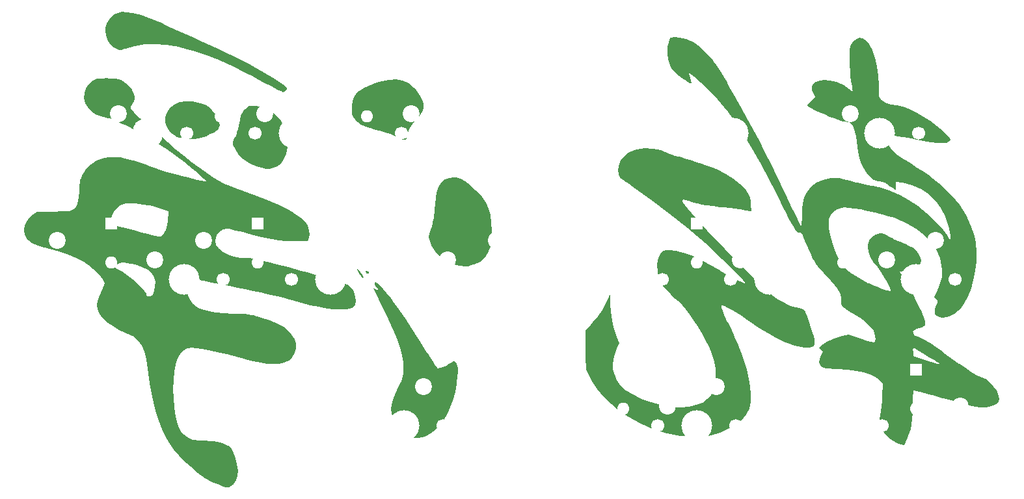
<source format=gbr>
%TF.GenerationSoftware,KiCad,Pcbnew,(6.0.1)*%
%TF.CreationDate,2022-05-17T11:58:57-04:00*%
%TF.ProjectId,GanJing 65 rev 2 solder-rounded,47616e4a-696e-4672-9036-352072657620,2*%
%TF.SameCoordinates,Original*%
%TF.FileFunction,Legend,Bot*%
%TF.FilePolarity,Positive*%
%FSLAX46Y46*%
G04 Gerber Fmt 4.6, Leading zero omitted, Abs format (unit mm)*
G04 Created by KiCad (PCBNEW (6.0.1)) date 2022-05-17 11:58:57*
%MOMM*%
%LPD*%
G01*
G04 APERTURE LIST*
%ADD10C,0.150000*%
%ADD11R,1.600000X1.600000*%
%ADD12O,1.600000X1.600000*%
%ADD13R,1.800000X1.800000*%
%ADD14C,1.800000*%
%ADD15C,1.700000*%
%ADD16C,4.000000*%
%ADD17C,2.200000*%
%ADD18C,5.000000*%
%ADD19C,4.050000*%
%ADD20C,2.250000*%
%ADD21R,2.000000X3.200000*%
%ADD22R,2.000000X2.000000*%
%ADD23C,2.000000*%
%ADD24C,1.750000*%
%ADD25C,3.987800*%
G04 APERTURE END LIST*
%TO.C,REF\u002A\u002A\u002A*%
G36*
X204509224Y-129625743D02*
G01*
X205075217Y-129792914D01*
X205664280Y-130109834D01*
X206300234Y-130590042D01*
X207006903Y-131247080D01*
X207129649Y-131371443D01*
X207789023Y-132117487D01*
X208294976Y-132859907D01*
X208663371Y-133639271D01*
X208910070Y-134496148D01*
X209050936Y-135471104D01*
X209101832Y-136604707D01*
X209102132Y-137230144D01*
X209085716Y-137712205D01*
X209046566Y-138095872D01*
X208978783Y-138438569D01*
X208876464Y-138797717D01*
X208626750Y-139411680D01*
X208165443Y-140094555D01*
X207564881Y-140619374D01*
X206834638Y-140978306D01*
X205984287Y-141163519D01*
X205761977Y-141180456D01*
X204858423Y-141123816D01*
X203968230Y-140882509D01*
X203127391Y-140476987D01*
X202371894Y-139927700D01*
X201737730Y-139255097D01*
X201260889Y-138479628D01*
X201119338Y-138165265D01*
X200964636Y-137720904D01*
X200918891Y-137334562D01*
X200977466Y-136930364D01*
X201135719Y-136432435D01*
X201147847Y-136398697D01*
X201280339Y-135992012D01*
X201374244Y-135635581D01*
X201409911Y-135403161D01*
X201437409Y-135153140D01*
X201522859Y-134833603D01*
X201527192Y-134821404D01*
X201578019Y-134586796D01*
X201633154Y-134196210D01*
X201686229Y-133701078D01*
X201730879Y-133152835D01*
X201836230Y-132133953D01*
X202004957Y-131303309D01*
X202245266Y-130652469D01*
X202565664Y-130168600D01*
X202974660Y-129838867D01*
X203480759Y-129650439D01*
X204092471Y-129590481D01*
X204509224Y-129625743D01*
G37*
G36*
X184228957Y-134838847D02*
G01*
X184797047Y-135365811D01*
X185155806Y-135872822D01*
X185254992Y-136132616D01*
X185340126Y-136570800D01*
X185362715Y-137032436D01*
X185320518Y-137442725D01*
X185211297Y-137726863D01*
X185141210Y-137803346D01*
X185031753Y-137861376D01*
X184852269Y-137898298D01*
X184567137Y-137918317D01*
X184140737Y-137925638D01*
X183537448Y-137924467D01*
X183093807Y-137917134D01*
X182252060Y-137873408D01*
X181401312Y-137785468D01*
X180503637Y-137647029D01*
X179521106Y-137451804D01*
X178415794Y-137193509D01*
X177149771Y-136865857D01*
X176996685Y-136825037D01*
X176338397Y-136654723D01*
X175737764Y-136507323D01*
X175231567Y-136391344D01*
X174856589Y-136315292D01*
X174649613Y-136287673D01*
X174167536Y-136363522D01*
X173728391Y-136600745D01*
X173397174Y-136960264D01*
X173191865Y-137402071D01*
X173130442Y-137886156D01*
X173230883Y-138372510D01*
X173511168Y-138821124D01*
X173625509Y-138937048D01*
X174149801Y-139317766D01*
X174826367Y-139640342D01*
X175611014Y-139889851D01*
X176459547Y-140051370D01*
X177327774Y-140109975D01*
X177418605Y-140111837D01*
X177666833Y-140131232D01*
X177974820Y-140175492D01*
X178363248Y-140249322D01*
X178852800Y-140357430D01*
X179464160Y-140504520D01*
X180218011Y-140695300D01*
X181135036Y-140934475D01*
X182235919Y-141226751D01*
X182568904Y-141315797D01*
X183466339Y-141556995D01*
X184298139Y-141782268D01*
X185040999Y-141985195D01*
X185671616Y-142159355D01*
X186166686Y-142298326D01*
X186502904Y-142395686D01*
X186656968Y-142445014D01*
X186804705Y-142494754D01*
X187133593Y-142587606D01*
X187572679Y-142701244D01*
X188068041Y-142821287D01*
X188394911Y-142904428D01*
X188995378Y-143083544D01*
X189565423Y-143282259D01*
X190015868Y-143470836D01*
X190287699Y-143604066D01*
X190588422Y-143774290D01*
X190787894Y-143945351D01*
X190942675Y-144170676D01*
X191109327Y-144503691D01*
X191354376Y-145155722D01*
X191424085Y-145709819D01*
X191314657Y-146154150D01*
X191026718Y-146486207D01*
X190560894Y-146703480D01*
X190149274Y-146781309D01*
X189462096Y-146812933D01*
X188624317Y-146770252D01*
X187661785Y-146657154D01*
X186600349Y-146477526D01*
X185465857Y-146235257D01*
X184284159Y-145934236D01*
X183081102Y-145578351D01*
X182753053Y-145485078D01*
X182252090Y-145357468D01*
X181605286Y-145201671D01*
X180836179Y-145022711D01*
X179968310Y-144825613D01*
X179025216Y-144615404D01*
X178030438Y-144397108D01*
X177007515Y-144175751D01*
X175979985Y-143956359D01*
X174971388Y-143743957D01*
X174005264Y-143543570D01*
X173105151Y-143360224D01*
X172294589Y-143198945D01*
X171597117Y-143064757D01*
X171036274Y-142962687D01*
X170635599Y-142897759D01*
X170418632Y-142875000D01*
X170232585Y-142882322D01*
X169961053Y-142956208D01*
X169759586Y-143139444D01*
X169728897Y-143189710D01*
X169628644Y-143353916D01*
X169490893Y-143842973D01*
X169480925Y-144406618D01*
X169591251Y-144989163D01*
X169814377Y-145534919D01*
X170142812Y-145988197D01*
X170238301Y-146082408D01*
X170643960Y-146408049D01*
X171123152Y-146675002D01*
X171698829Y-146889115D01*
X172393941Y-147056237D01*
X173231438Y-147182214D01*
X174234272Y-147272894D01*
X175425393Y-147334124D01*
X175882548Y-147351598D01*
X176533731Y-147379961D01*
X177040407Y-147410804D01*
X177445698Y-147449966D01*
X177792721Y-147503281D01*
X178124598Y-147576586D01*
X178484447Y-147675719D01*
X178915389Y-147806514D01*
X179068379Y-147854284D01*
X180221923Y-148254474D01*
X181181396Y-148669309D01*
X181963271Y-149109348D01*
X182584026Y-149585152D01*
X183060133Y-150107281D01*
X183408070Y-150686297D01*
X183592516Y-151213450D01*
X183636823Y-151858587D01*
X183474677Y-152470582D01*
X183108109Y-153033539D01*
X182972855Y-153181538D01*
X182647663Y-153473060D01*
X182297454Y-153672365D01*
X181875849Y-153795214D01*
X181336466Y-153857366D01*
X180632924Y-153874582D01*
X180279475Y-153871652D01*
X179862621Y-153856271D01*
X179456751Y-153822410D01*
X179031140Y-153764223D01*
X178555067Y-153675862D01*
X177997806Y-153551480D01*
X177328635Y-153385230D01*
X176516831Y-153171264D01*
X175531669Y-152903736D01*
X174629808Y-152661582D01*
X173367338Y-152343252D01*
X172285802Y-152099818D01*
X171374810Y-151929711D01*
X170623972Y-151831360D01*
X170022899Y-151803195D01*
X169561199Y-151843646D01*
X169228482Y-151951142D01*
X169021924Y-152085831D01*
X168639317Y-152483651D01*
X168303522Y-153025442D01*
X168045688Y-153666044D01*
X167960148Y-153972271D01*
X167777700Y-154925554D01*
X167669415Y-156012471D01*
X167634345Y-157185391D01*
X167671541Y-158396683D01*
X167780057Y-159598713D01*
X167958943Y-160743850D01*
X168207253Y-161784463D01*
X168334746Y-162162338D01*
X168634076Y-162726733D01*
X169051416Y-163162468D01*
X169627394Y-163519170D01*
X169683754Y-163547181D01*
X169954806Y-163674347D01*
X170198519Y-163764146D01*
X170462852Y-163825265D01*
X170795769Y-163866391D01*
X171245229Y-163896211D01*
X171859193Y-163923413D01*
X172419590Y-163949993D01*
X172959424Y-163990118D01*
X173372390Y-164044350D01*
X173705901Y-164119267D01*
X174007374Y-164221447D01*
X174030865Y-164230668D01*
X174568836Y-164461118D01*
X174949274Y-164684960D01*
X175218747Y-164947013D01*
X175423819Y-165292100D01*
X175611055Y-165765039D01*
X175662836Y-165915457D01*
X175941352Y-166905194D01*
X176062383Y-167759451D01*
X176025696Y-168484854D01*
X175831062Y-169088029D01*
X175478249Y-169575601D01*
X175422379Y-169630305D01*
X175159402Y-169841628D01*
X174891541Y-169949192D01*
X174572372Y-169955405D01*
X174155471Y-169862680D01*
X173594415Y-169673428D01*
X172715305Y-169298696D01*
X171791515Y-168781132D01*
X170852960Y-168123024D01*
X169874858Y-167306896D01*
X168832430Y-166315272D01*
X168394770Y-165863716D01*
X167717455Y-165087176D01*
X167160922Y-164320111D01*
X166683214Y-163501885D01*
X166242378Y-162571861D01*
X165825376Y-161514793D01*
X165329167Y-159955407D01*
X164905552Y-158247409D01*
X164562138Y-156422465D01*
X164306531Y-154512239D01*
X164302952Y-154479309D01*
X164123145Y-153294242D01*
X163862104Y-152299008D01*
X163515454Y-151485436D01*
X163078817Y-150845353D01*
X162547817Y-150370590D01*
X161918076Y-150052973D01*
X161368484Y-149837856D01*
X160561218Y-149454150D01*
X159797959Y-149016027D01*
X159119320Y-148549720D01*
X158565915Y-148081462D01*
X158178358Y-147637486D01*
X157942057Y-147244691D01*
X157760342Y-146758035D01*
X157709571Y-146248199D01*
X157791603Y-145680645D01*
X158008297Y-145020833D01*
X158361511Y-144234223D01*
X158762986Y-143414784D01*
X158469579Y-142901047D01*
X158226959Y-142545870D01*
X157779931Y-142038778D01*
X157228144Y-141520015D01*
X156759084Y-141145398D01*
X159927111Y-141145398D01*
X159932596Y-141194517D01*
X160064423Y-141331657D01*
X160311932Y-141493573D01*
X160981177Y-141893556D01*
X161687121Y-142375991D01*
X162359709Y-142892652D01*
X162968034Y-143416820D01*
X163481189Y-143921774D01*
X163868266Y-144380792D01*
X164098360Y-144767155D01*
X164155775Y-144890887D01*
X164309740Y-145062640D01*
X164550403Y-145106799D01*
X164618410Y-145102573D01*
X164824422Y-145014554D01*
X164993828Y-144792687D01*
X165141807Y-144410799D01*
X165283539Y-143842719D01*
X165329971Y-143189710D01*
X165178257Y-142598132D01*
X164832770Y-142075300D01*
X164298548Y-141625450D01*
X163580625Y-141252818D01*
X162684037Y-140961638D01*
X161613820Y-140756147D01*
X161305501Y-140717767D01*
X160971933Y-140703371D01*
X160708124Y-140744832D01*
X160431929Y-140848576D01*
X160307009Y-140906718D01*
X160055805Y-141043968D01*
X159927111Y-141145398D01*
X156759084Y-141145398D01*
X156620628Y-141034819D01*
X156006415Y-140628430D01*
X155017255Y-140106821D01*
X153811838Y-139602236D01*
X152459167Y-139162417D01*
X150928740Y-138776237D01*
X150525863Y-138672870D01*
X149842955Y-138434435D01*
X149254568Y-138148675D01*
X148819688Y-137841729D01*
X148577023Y-137561476D01*
X148342048Y-137053217D01*
X148263640Y-136483668D01*
X148334970Y-135894529D01*
X148407868Y-135701589D01*
X159310826Y-135701589D01*
X162479406Y-136489831D01*
X162802507Y-136570215D01*
X163576515Y-136762838D01*
X164278463Y-136937609D01*
X164881508Y-137087839D01*
X165358809Y-137206840D01*
X165683523Y-137287924D01*
X165828808Y-137324402D01*
X166007997Y-137288547D01*
X166243102Y-137110878D01*
X166468853Y-136838302D01*
X166633803Y-136522095D01*
X166644460Y-136491881D01*
X166729935Y-136185607D01*
X166817800Y-135779984D01*
X166900137Y-135326189D01*
X166969028Y-134875398D01*
X167016555Y-134478787D01*
X167034801Y-134187533D01*
X167015847Y-134052811D01*
X166991208Y-134033655D01*
X166781864Y-133932418D01*
X166426964Y-133799085D01*
X165974661Y-133649057D01*
X165473104Y-133497737D01*
X164970444Y-133360526D01*
X164514831Y-133252826D01*
X164352470Y-133220696D01*
X163828094Y-133133085D01*
X163230715Y-133050011D01*
X162660463Y-132985887D01*
X162042963Y-132943746D01*
X161552456Y-132962233D01*
X161149805Y-133057970D01*
X160774587Y-133245540D01*
X160366376Y-133539525D01*
X160098894Y-133811139D01*
X159784246Y-134275844D01*
X159528770Y-134808453D01*
X159376409Y-135329508D01*
X159310826Y-135701589D01*
X148407868Y-135701589D01*
X148549208Y-135327500D01*
X148899524Y-134824278D01*
X149379086Y-134426563D01*
X149901818Y-134107218D01*
X152108264Y-134054080D01*
X152266216Y-134050236D01*
X152975301Y-134031033D01*
X153508525Y-134010902D01*
X153896680Y-133986440D01*
X154170555Y-133954248D01*
X154360940Y-133910924D01*
X154498626Y-133853068D01*
X154614403Y-133777280D01*
X154806947Y-133619935D01*
X155024907Y-133374094D01*
X155178995Y-133074260D01*
X155282431Y-132680865D01*
X155348434Y-132154340D01*
X155390225Y-131455115D01*
X155405862Y-131111245D01*
X155436891Y-130615844D01*
X155479608Y-130249083D01*
X155544187Y-129956690D01*
X155640802Y-129684396D01*
X155779627Y-129377929D01*
X155910887Y-129117883D01*
X156367521Y-128412520D01*
X156903652Y-127873865D01*
X157548891Y-127469983D01*
X157661539Y-127416280D01*
X158371371Y-127144555D01*
X159106977Y-126985236D01*
X159892949Y-126940091D01*
X160753879Y-127010893D01*
X161714361Y-127199411D01*
X162798987Y-127507414D01*
X164032349Y-127936675D01*
X164365049Y-128058707D01*
X165160956Y-128339061D01*
X166004618Y-128623405D01*
X166814188Y-128884462D01*
X167507819Y-129094956D01*
X167565184Y-129111494D01*
X168172810Y-129279918D01*
X168835859Y-129453500D01*
X169517104Y-129623561D01*
X170179322Y-129781424D01*
X170785285Y-129918410D01*
X171297770Y-130025842D01*
X171679551Y-130095042D01*
X171893402Y-130117331D01*
X171910879Y-130113488D01*
X171905809Y-130061631D01*
X171804532Y-129939261D01*
X171593417Y-129733528D01*
X171258831Y-129431579D01*
X170787144Y-129020564D01*
X170164723Y-128487631D01*
X169079174Y-127596991D01*
X166819044Y-125939665D01*
X164402757Y-124417085D01*
X161822045Y-123023838D01*
X161490010Y-122858382D01*
X160846775Y-122540818D01*
X160664795Y-122453508D01*
X162725393Y-122453508D01*
X162779668Y-122562406D01*
X162937945Y-122735670D01*
X163070743Y-122848109D01*
X163139557Y-122840224D01*
X163150497Y-122645865D01*
X163150362Y-122627899D01*
X163100983Y-122421783D01*
X162937945Y-122363703D01*
X162814545Y-122380500D01*
X162725393Y-122453508D01*
X160664795Y-122453508D01*
X160348048Y-122301540D01*
X159962637Y-122127649D01*
X159659347Y-122006247D01*
X159406988Y-121924433D01*
X159174368Y-121869308D01*
X158930292Y-121827973D01*
X158215936Y-121649499D01*
X157538176Y-121345009D01*
X156944895Y-120944120D01*
X156478709Y-120475666D01*
X156182230Y-119968483D01*
X156159381Y-119905698D01*
X156037064Y-119258702D01*
X156090328Y-118595013D01*
X156303187Y-117964022D01*
X156659654Y-117415123D01*
X157143743Y-116997706D01*
X157328861Y-116886563D01*
X157529759Y-116787668D01*
X157741312Y-116726564D01*
X158013993Y-116694383D01*
X158398271Y-116682259D01*
X158944618Y-116681323D01*
X159374235Y-116685338D01*
X159854302Y-116704404D01*
X160218960Y-116745795D01*
X160525500Y-116816916D01*
X160831214Y-116925171D01*
X161133441Y-117064648D01*
X161726488Y-117472636D01*
X162180108Y-117985919D01*
X162459127Y-118568979D01*
X162459656Y-118570759D01*
X162578588Y-119038234D01*
X162604021Y-119382646D01*
X162530714Y-119674075D01*
X162353426Y-119982600D01*
X162288312Y-120084244D01*
X162144928Y-120360944D01*
X162087736Y-120560270D01*
X162106485Y-120619607D01*
X162252648Y-120826934D01*
X162517776Y-121123699D01*
X162870696Y-121480061D01*
X163280233Y-121866178D01*
X163715214Y-122252209D01*
X164144464Y-122608312D01*
X164194184Y-122645865D01*
X164536810Y-122904647D01*
X164585240Y-122939463D01*
X164936205Y-123213365D01*
X165378062Y-123584175D01*
X165859158Y-124007629D01*
X166327839Y-124439462D01*
X166957467Y-125022794D01*
X167978751Y-125925026D01*
X169040163Y-126815708D01*
X170104985Y-127665786D01*
X171136497Y-128446201D01*
X172097981Y-129127898D01*
X172952717Y-129681821D01*
X173580429Y-130049342D01*
X174268101Y-130410301D01*
X174984354Y-130735897D01*
X175788884Y-131053022D01*
X176741385Y-131388568D01*
X178324562Y-131945229D01*
X179906729Y-132554601D01*
X181290423Y-133149807D01*
X182473474Y-133729687D01*
X183270062Y-134187533D01*
X183453709Y-134293086D01*
X184228957Y-134838847D01*
G37*
G36*
X192856175Y-141812373D02*
G01*
X193062291Y-141861753D01*
X193120372Y-142024791D01*
X193103575Y-142148191D01*
X193030567Y-142237343D01*
X192921668Y-142183068D01*
X192748405Y-142024791D01*
X192635965Y-141891993D01*
X192643850Y-141823179D01*
X192838210Y-141812239D01*
X192856175Y-141812373D01*
G37*
G36*
X191591116Y-141479092D02*
G01*
X191741440Y-141653370D01*
X191968808Y-141939221D01*
X192245584Y-142302682D01*
X192250960Y-142309877D01*
X192543004Y-142717595D01*
X192725629Y-143006181D01*
X192796853Y-143164283D01*
X192754695Y-143180548D01*
X192597173Y-143043623D01*
X192322304Y-142742155D01*
X192298279Y-142713954D01*
X192072848Y-142421369D01*
X191854786Y-142097605D01*
X191674150Y-141792956D01*
X191560998Y-141557715D01*
X191545384Y-141442174D01*
X191591116Y-141479092D01*
G37*
G36*
X170126664Y-119725292D02*
G01*
X171150164Y-119933591D01*
X171519255Y-120040867D01*
X171904578Y-120190321D01*
X172213788Y-120376998D01*
X172524761Y-120640974D01*
X172716688Y-120837931D01*
X173085647Y-121318511D01*
X173389566Y-121846708D01*
X173595833Y-122361126D01*
X173671836Y-122800374D01*
X173658444Y-123008272D01*
X173560142Y-123247186D01*
X173320718Y-123470906D01*
X173281365Y-123500110D01*
X172922382Y-123726555D01*
X172550216Y-123912515D01*
X172461205Y-123950696D01*
X172172623Y-124091316D01*
X171984072Y-124208062D01*
X171898637Y-124258470D01*
X171633283Y-124361197D01*
X171293277Y-124456352D01*
X170937179Y-124517892D01*
X170346726Y-124562621D01*
X169707744Y-124561609D01*
X169084817Y-124517788D01*
X168542533Y-124434089D01*
X168145476Y-124313445D01*
X167740113Y-124087313D01*
X167218955Y-123632818D01*
X166846028Y-123083944D01*
X166636397Y-122474617D01*
X166605130Y-121838760D01*
X166767294Y-121210300D01*
X166822319Y-121090186D01*
X167217870Y-120503220D01*
X167753149Y-120071188D01*
X168421087Y-119796150D01*
X169214615Y-119680165D01*
X170126664Y-119725292D01*
G37*
G36*
X271454879Y-154901958D02*
G01*
X272106528Y-155294506D01*
X272650030Y-155589876D01*
X273066294Y-155775970D01*
X273336229Y-155840690D01*
X273350631Y-155841779D01*
X273537412Y-155939675D01*
X273801852Y-156166848D01*
X274106057Y-156481653D01*
X274412133Y-156842445D01*
X274682185Y-157207578D01*
X274878318Y-157535407D01*
X275085487Y-158027800D01*
X275160681Y-158450097D01*
X275079733Y-158786990D01*
X274841899Y-159069871D01*
X274692081Y-159180937D01*
X274133583Y-159427339D01*
X273419840Y-159542333D01*
X272559764Y-159525861D01*
X271562270Y-159377867D01*
X270436271Y-159098292D01*
X270074258Y-158994169D01*
X269528068Y-158839616D01*
X268891550Y-158661476D01*
X268194209Y-158467820D01*
X267465552Y-158266720D01*
X266735085Y-158066246D01*
X266032313Y-157874471D01*
X265386744Y-157699465D01*
X264827882Y-157549299D01*
X264385235Y-157432045D01*
X264088307Y-157355774D01*
X263966605Y-157328557D01*
X263946245Y-157422283D01*
X263927726Y-157696321D01*
X263913002Y-158117506D01*
X263903224Y-158652532D01*
X263899543Y-159268096D01*
X263899491Y-159321939D01*
X263883736Y-160299830D01*
X263834461Y-161116072D01*
X263743626Y-161817734D01*
X263603189Y-162451888D01*
X263405107Y-163065603D01*
X263141339Y-163705951D01*
X262799631Y-164470165D01*
X262372950Y-164401936D01*
X261867009Y-164256994D01*
X261239422Y-163921944D01*
X260640816Y-163446898D01*
X260115575Y-162868164D01*
X259708088Y-162222052D01*
X259466595Y-161739017D01*
X259664454Y-160623117D01*
X259745287Y-160082616D01*
X259823426Y-159404383D01*
X259888149Y-158685821D01*
X259930575Y-158014001D01*
X259998837Y-156520785D01*
X259653880Y-156127900D01*
X259454868Y-155926174D01*
X258950677Y-155561719D01*
X258303897Y-155257559D01*
X257501378Y-155010056D01*
X256529968Y-154815570D01*
X255376519Y-154670463D01*
X254027878Y-154571095D01*
X253553490Y-154544224D01*
X253003829Y-154505707D01*
X252608979Y-154464322D01*
X252334474Y-154414962D01*
X252145848Y-154352520D01*
X252008631Y-154271889D01*
X251839969Y-154102561D01*
X251698671Y-153738254D01*
X251734262Y-153294296D01*
X251947792Y-152796140D01*
X252230563Y-152313626D01*
X251971090Y-152042795D01*
X263914793Y-152042795D01*
X263921303Y-152351328D01*
X263953426Y-152900460D01*
X265491641Y-153414090D01*
X265923095Y-153555680D01*
X266561946Y-153752563D01*
X267025590Y-153876313D01*
X267309394Y-153926291D01*
X267408726Y-153901857D01*
X267318950Y-153802371D01*
X267035434Y-153627195D01*
X267011020Y-153613503D01*
X266642333Y-153398429D01*
X266194924Y-153126748D01*
X265760121Y-152853844D01*
X265260878Y-152538774D01*
X264777930Y-152244009D01*
X264378424Y-152010775D01*
X264093804Y-151857395D01*
X263955517Y-151802197D01*
X263932741Y-151843578D01*
X263914793Y-152042795D01*
X251971090Y-152042795D01*
X251955147Y-152026154D01*
X251679731Y-151738681D01*
X252193084Y-151347193D01*
X252719934Y-150994994D01*
X253619508Y-150572527D01*
X254677508Y-150264391D01*
X255497824Y-150081921D01*
X257145749Y-150631158D01*
X257528226Y-150755841D01*
X258046434Y-150915079D01*
X258472344Y-151034306D01*
X258769795Y-151103605D01*
X258902630Y-151113057D01*
X258907427Y-151109862D01*
X258987073Y-150942874D01*
X259012572Y-150640625D01*
X258988106Y-150269290D01*
X258917857Y-149895045D01*
X258806007Y-149584068D01*
X258651457Y-149335242D01*
X258243147Y-148867000D01*
X257678024Y-148366975D01*
X256983987Y-147858812D01*
X256188937Y-147366154D01*
X255837148Y-147165411D01*
X255335183Y-146874021D01*
X254979204Y-146649969D01*
X254744842Y-146468077D01*
X254607726Y-146303166D01*
X254543488Y-146130058D01*
X254527758Y-145923575D01*
X254536166Y-145658539D01*
X254536839Y-145641199D01*
X254527680Y-145240641D01*
X254458224Y-144865771D01*
X254312176Y-144488623D01*
X254073242Y-144081234D01*
X253725124Y-143615638D01*
X253251529Y-143063871D01*
X252636159Y-142397968D01*
X252286000Y-142025376D01*
X251869118Y-141570088D01*
X251550063Y-141197044D01*
X251298174Y-140864806D01*
X251082793Y-140531934D01*
X250873258Y-140156989D01*
X250638910Y-139698533D01*
X250396100Y-139192374D01*
X250135602Y-138607641D01*
X249912828Y-138065492D01*
X249758778Y-137638487D01*
X249692963Y-137433692D01*
X249574558Y-137103831D01*
X249474268Y-136918962D01*
X249364930Y-136837826D01*
X249219384Y-136819166D01*
X248993232Y-136776263D01*
X248717418Y-136631276D01*
X248688564Y-136597281D01*
X248558285Y-136390157D01*
X248350235Y-136022313D01*
X248075627Y-135514913D01*
X247745672Y-134889124D01*
X247371583Y-134166112D01*
X246964572Y-133367040D01*
X246535850Y-132513075D01*
X246090237Y-131624991D01*
X245090434Y-129680619D01*
X244143031Y-127911814D01*
X243236768Y-126300598D01*
X242360383Y-124828992D01*
X241502618Y-123479017D01*
X240652212Y-122232693D01*
X239797906Y-121072043D01*
X238928438Y-119979086D01*
X238032549Y-118935845D01*
X237650833Y-118522984D01*
X237218826Y-118081805D01*
X236761822Y-117635465D01*
X236301767Y-117203360D01*
X235860607Y-116804887D01*
X235460289Y-116459446D01*
X235122760Y-116186434D01*
X234869965Y-116005247D01*
X234723852Y-115935285D01*
X234706366Y-115995945D01*
X234805254Y-116263555D01*
X234915946Y-116616772D01*
X235006002Y-116954913D01*
X235059144Y-117216043D01*
X235059097Y-117338227D01*
X235035884Y-117349048D01*
X234865262Y-117305746D01*
X234583741Y-117157625D01*
X234230263Y-116930850D01*
X233843767Y-116651589D01*
X233463194Y-116346008D01*
X233127485Y-116040272D01*
X232987987Y-115899175D01*
X232508732Y-115335397D01*
X232191049Y-114784463D01*
X232007809Y-114188502D01*
X231931888Y-113489644D01*
X231925556Y-113216071D01*
X231964665Y-112577568D01*
X232094132Y-112001778D01*
X232290960Y-111364121D01*
X232913267Y-111331797D01*
X233580531Y-111360722D01*
X234453893Y-111580059D01*
X235333941Y-111997890D01*
X236209285Y-112607270D01*
X237068536Y-113401254D01*
X237900307Y-114372898D01*
X238007257Y-114516490D01*
X238295164Y-114930812D01*
X238629283Y-115439172D01*
X238981927Y-115996645D01*
X239325412Y-116558306D01*
X239632054Y-117079232D01*
X239874168Y-117514498D01*
X240024071Y-117819180D01*
X240089871Y-117957617D01*
X240263333Y-118282231D01*
X240496983Y-118693515D01*
X240759195Y-119134868D01*
X240952241Y-119455606D01*
X241604945Y-120578933D01*
X242318623Y-121859634D01*
X243077748Y-123268188D01*
X243866794Y-124775072D01*
X244670232Y-126350763D01*
X245472538Y-127965741D01*
X246258183Y-129590481D01*
X246521148Y-130141605D01*
X246940873Y-131019547D01*
X247371289Y-131918082D01*
X247786910Y-132784071D01*
X248162249Y-133564375D01*
X248471818Y-134205852D01*
X249393593Y-136111181D01*
X249455175Y-134524680D01*
X249463585Y-134317362D01*
X249502049Y-133604442D01*
X249555279Y-133048588D01*
X249632881Y-132605398D01*
X249744465Y-132230472D01*
X249899638Y-131879407D01*
X250108009Y-131507802D01*
X250146503Y-131445203D01*
X250666153Y-130809776D01*
X251341832Y-130309476D01*
X252178494Y-129941393D01*
X253181088Y-129702618D01*
X253459165Y-129669456D01*
X253879941Y-129663631D01*
X254361278Y-129711317D01*
X254937721Y-129817982D01*
X255643812Y-129989093D01*
X256514095Y-130230117D01*
X256707978Y-130283588D01*
X257342934Y-130436057D01*
X258007680Y-130569409D01*
X258586480Y-130659655D01*
X258727860Y-130678491D01*
X259833896Y-130922103D01*
X261001599Y-131332204D01*
X262200476Y-131888479D01*
X263400032Y-132570610D01*
X264569771Y-133358283D01*
X265679198Y-134231179D01*
X266697818Y-135168984D01*
X267595137Y-136151381D01*
X268340659Y-137158053D01*
X268343884Y-137162999D01*
X268550128Y-137466846D01*
X268713171Y-137684503D01*
X268797970Y-137769141D01*
X268816650Y-137689078D01*
X268807415Y-137451011D01*
X268769886Y-137109519D01*
X268542528Y-135932358D01*
X268127684Y-134688231D01*
X267555352Y-133582456D01*
X266830119Y-132620005D01*
X265956568Y-131805849D01*
X264939286Y-131144960D01*
X263782858Y-130642309D01*
X262491870Y-130302868D01*
X261668489Y-130147398D01*
X261668489Y-130666011D01*
X261664891Y-130845490D01*
X261643955Y-131089110D01*
X261610551Y-131184623D01*
X261580564Y-131172638D01*
X261407031Y-131071348D01*
X261120866Y-130889192D01*
X260765141Y-130653243D01*
X260634820Y-130566539D01*
X260201834Y-130306185D01*
X259870419Y-130164615D01*
X259596669Y-130121862D01*
X259373736Y-130103469D01*
X258839556Y-129918340D01*
X258321214Y-129550685D01*
X257843753Y-129021008D01*
X257432217Y-128349811D01*
X257196643Y-127831034D01*
X256919149Y-127038148D01*
X256737593Y-126266084D01*
X256671664Y-125586387D01*
X256636996Y-124937979D01*
X256536528Y-124263561D01*
X256382601Y-123639324D01*
X256187575Y-123105851D01*
X255963810Y-122703726D01*
X255723664Y-122473533D01*
X255579029Y-122414689D01*
X255297085Y-122363703D01*
X255186927Y-122354579D01*
X254822076Y-122274876D01*
X254322950Y-122125855D01*
X253729110Y-121923008D01*
X253080118Y-121681827D01*
X252415536Y-121417803D01*
X251774925Y-121146429D01*
X251197847Y-120883198D01*
X250723864Y-120643600D01*
X250392537Y-120443127D01*
X250065845Y-120210502D01*
X251153087Y-119109584D01*
X250923722Y-118591066D01*
X250793441Y-118216585D01*
X250761289Y-117746337D01*
X250913099Y-117375127D01*
X251243422Y-117109062D01*
X251746808Y-116954249D01*
X252417806Y-116916796D01*
X253014083Y-116962311D01*
X253998994Y-117172570D01*
X254868176Y-117542216D01*
X255601849Y-118064122D01*
X255755197Y-118199777D01*
X255955933Y-118366414D01*
X256053421Y-118431485D01*
X256056189Y-118361438D01*
X256027868Y-118120799D01*
X255970939Y-117749239D01*
X255891395Y-117289017D01*
X255854510Y-117068514D01*
X255772807Y-116424496D01*
X255713136Y-115716253D01*
X255675900Y-114983115D01*
X255661503Y-114264414D01*
X255670348Y-113599482D01*
X255702841Y-113027649D01*
X255759384Y-112588246D01*
X255840382Y-112320607D01*
X256167334Y-111847237D01*
X256556134Y-111519412D01*
X256965822Y-111386926D01*
X257379770Y-111454854D01*
X257781345Y-111728272D01*
X258216243Y-112249906D01*
X258644570Y-113027717D01*
X258984916Y-113974671D01*
X259233143Y-115075889D01*
X259385113Y-116316489D01*
X259436690Y-117681590D01*
X259436762Y-117922537D01*
X259439766Y-118434521D01*
X259452145Y-118788427D01*
X259480577Y-119023868D01*
X259531736Y-119180457D01*
X259612301Y-119297805D01*
X259728949Y-119415528D01*
X259801182Y-119480987D01*
X260335218Y-119823893D01*
X261021667Y-120079186D01*
X261818816Y-120230595D01*
X262150189Y-120287180D01*
X262843720Y-120490823D01*
X263631007Y-120808595D01*
X264472623Y-121220511D01*
X265329140Y-121706580D01*
X266161127Y-122246817D01*
X266929158Y-122821232D01*
X267023276Y-122898218D01*
X267429984Y-123247510D01*
X267834224Y-123617425D01*
X268204121Y-123976282D01*
X268507798Y-124292398D01*
X268713380Y-124534095D01*
X268788991Y-124669689D01*
X268712264Y-124813142D01*
X268520477Y-124979092D01*
X268276476Y-125069947D01*
X267803327Y-125115707D01*
X267139570Y-125092264D01*
X266290709Y-125000071D01*
X265262252Y-124839582D01*
X264059702Y-124611252D01*
X264026322Y-124604467D01*
X263325324Y-124465954D01*
X262645516Y-124338485D01*
X262033582Y-124230325D01*
X261536205Y-124149738D01*
X261200070Y-124104990D01*
X260465962Y-124031338D01*
X260532127Y-124589999D01*
X260584430Y-124887628D01*
X260833525Y-125534974D01*
X261268609Y-126134216D01*
X261898309Y-126695707D01*
X262731250Y-127229803D01*
X263062909Y-127421801D01*
X263704719Y-127817196D01*
X264425084Y-128283445D01*
X265168658Y-128783738D01*
X265880097Y-129281262D01*
X266504054Y-129739204D01*
X267704046Y-130726149D01*
X268918106Y-131922738D01*
X269950503Y-133177545D01*
X270793674Y-134480093D01*
X271440050Y-135819904D01*
X271882067Y-137186502D01*
X272064964Y-138177293D01*
X272154898Y-139345107D01*
X272133595Y-140555656D01*
X272007780Y-141773887D01*
X271784180Y-142964745D01*
X271469520Y-144093178D01*
X271070526Y-145124133D01*
X270593924Y-146022556D01*
X270046440Y-146753394D01*
X269805848Y-146989931D01*
X269316971Y-147352025D01*
X268790511Y-147621349D01*
X268260666Y-147791581D01*
X267761637Y-147856397D01*
X267327623Y-147809476D01*
X266992825Y-147644494D01*
X266791441Y-147355131D01*
X266757282Y-147112039D01*
X266792954Y-146711773D01*
X266899201Y-146280285D01*
X267060050Y-145903870D01*
X267110879Y-145787394D01*
X267086470Y-145625052D01*
X266916486Y-145413580D01*
X266651526Y-145135842D01*
X267024217Y-144457095D01*
X267391443Y-143658477D01*
X267658755Y-142649983D01*
X267715120Y-141630368D01*
X267559734Y-140605403D01*
X267408939Y-140097372D01*
X266929644Y-139015850D01*
X266258015Y-138022937D01*
X265395118Y-137119654D01*
X264342017Y-136307023D01*
X263099776Y-135586064D01*
X261669460Y-134957797D01*
X261471590Y-134884687D01*
X260731906Y-134641774D01*
X259885319Y-134400716D01*
X258975853Y-134171009D01*
X258047534Y-133962148D01*
X257144386Y-133783626D01*
X256310436Y-133644940D01*
X255589709Y-133555584D01*
X255026229Y-133525054D01*
X254636985Y-133559115D01*
X254051043Y-133740874D01*
X253556941Y-134055382D01*
X253192846Y-134475395D01*
X252996924Y-134973667D01*
X252951274Y-135499152D01*
X252997389Y-136237349D01*
X253137671Y-137065180D01*
X253357832Y-137939485D01*
X253643585Y-138817108D01*
X253980641Y-139654890D01*
X254354712Y-140409673D01*
X254751511Y-141038301D01*
X255156749Y-141497614D01*
X255935148Y-142109366D01*
X256909676Y-142734330D01*
X258055100Y-143355108D01*
X258197961Y-143425202D01*
X258670976Y-143640528D01*
X259185701Y-143855212D01*
X259702783Y-144055040D01*
X260182868Y-144225797D01*
X260586604Y-144353271D01*
X260874636Y-144423247D01*
X261007612Y-144421511D01*
X261014027Y-144290034D01*
X260917231Y-144011307D01*
X260731392Y-143619108D01*
X260474459Y-143143920D01*
X260164380Y-142616227D01*
X259819106Y-142066511D01*
X259456585Y-141525257D01*
X259094766Y-141022946D01*
X258751598Y-140590063D01*
X258742631Y-140579409D01*
X258350225Y-139984967D01*
X258126270Y-139320362D01*
X258055100Y-138539471D01*
X258062269Y-138376988D01*
X258208719Y-137833594D01*
X258532315Y-137391114D01*
X259017631Y-137065668D01*
X259649242Y-136873378D01*
X259739426Y-136861182D01*
X259940611Y-136868413D01*
X260172699Y-136939414D01*
X260484371Y-137092181D01*
X260924311Y-137344709D01*
X261171355Y-137488368D01*
X261537061Y-137690016D01*
X261813485Y-137828535D01*
X261954616Y-137880021D01*
X262020533Y-137889734D01*
X262280466Y-137977674D01*
X262647127Y-138135715D01*
X263067115Y-138337559D01*
X263487032Y-138556911D01*
X263853477Y-138767474D01*
X264113051Y-138942950D01*
X264378596Y-139201239D01*
X264675075Y-139615347D01*
X264884001Y-140054291D01*
X264963049Y-140443355D01*
X264962775Y-140456317D01*
X264862516Y-140733708D01*
X264613684Y-141039554D01*
X264263069Y-141327047D01*
X263857456Y-141549383D01*
X263673019Y-141614558D01*
X263257450Y-141721168D01*
X262828831Y-141793891D01*
X262215004Y-141865377D01*
X263224677Y-143672071D01*
X263367713Y-143928524D01*
X263932855Y-144954987D01*
X264396149Y-145822997D01*
X264765762Y-146550718D01*
X265049860Y-147156315D01*
X265256609Y-147657954D01*
X265394176Y-148073799D01*
X265470728Y-148422015D01*
X265494430Y-148720767D01*
X265492166Y-148787056D01*
X265453793Y-148915107D01*
X265335402Y-149017074D01*
X265095388Y-149120570D01*
X264692143Y-149253205D01*
X264403722Y-149345242D01*
X264118019Y-149450694D01*
X263969140Y-149543948D01*
X263917031Y-149653924D01*
X263921641Y-149809541D01*
X263943996Y-149932362D01*
X264032343Y-150081259D01*
X264227829Y-150212744D01*
X264578256Y-150367434D01*
X264737295Y-150434887D01*
X265416718Y-150772950D01*
X266182177Y-151219080D01*
X266981384Y-151741405D01*
X267762051Y-152308054D01*
X268148609Y-152601965D01*
X269041946Y-153262237D01*
X269903497Y-153873725D01*
X269944917Y-153901857D01*
X270714171Y-154424332D01*
X271454879Y-154901958D01*
G37*
G36*
X197515202Y-117005934D02*
G01*
X198290105Y-117356664D01*
X198972351Y-117897290D01*
X199169725Y-118118824D01*
X199475910Y-118541798D01*
X199765904Y-119022472D01*
X200009919Y-119505445D01*
X200178171Y-119935319D01*
X200240874Y-120256693D01*
X200184708Y-120597633D01*
X199996952Y-121020796D01*
X199665431Y-121531485D01*
X199178112Y-122151151D01*
X199028843Y-122332234D01*
X198609842Y-122883566D01*
X198322192Y-123353480D01*
X198142102Y-123785511D01*
X198045781Y-124223196D01*
X198039660Y-124266784D01*
X197981803Y-124544960D01*
X197891695Y-124671702D01*
X197733615Y-124701778D01*
X197588759Y-124674901D01*
X197288180Y-124560233D01*
X196951578Y-124386054D01*
X196821924Y-124318386D01*
X196428637Y-124152715D01*
X195888810Y-123957600D01*
X195242338Y-123747056D01*
X194529119Y-123535097D01*
X193971847Y-123374626D01*
X193388574Y-123201331D01*
X192890419Y-123047706D01*
X192517294Y-122926090D01*
X192309112Y-122848821D01*
X192089774Y-122730658D01*
X191666214Y-122419284D01*
X191285234Y-122046927D01*
X191024156Y-121683701D01*
X190921512Y-121398668D01*
X190860239Y-120892591D01*
X190886702Y-120315148D01*
X190990067Y-119722587D01*
X191159504Y-119171159D01*
X191384181Y-118717115D01*
X191653264Y-118416704D01*
X191982018Y-118213368D01*
X192493395Y-117948390D01*
X193094529Y-117671721D01*
X193724993Y-117409636D01*
X194324364Y-117188412D01*
X194832216Y-117034325D01*
X195682393Y-116873111D01*
X196646385Y-116844837D01*
X197515202Y-117005934D01*
G37*
G36*
X230055173Y-125849046D02*
G01*
X231109915Y-126079505D01*
X232211574Y-126509118D01*
X232583051Y-126669317D01*
X232903909Y-126783677D01*
X233104370Y-126827301D01*
X233217290Y-126843503D01*
X233527006Y-126919878D01*
X233976744Y-127048455D01*
X234530859Y-127217640D01*
X235153703Y-127415839D01*
X235809630Y-127631458D01*
X236462994Y-127852904D01*
X237078149Y-128068582D01*
X237619447Y-128266899D01*
X238051244Y-128436261D01*
X238448511Y-128606995D01*
X239556414Y-129158668D01*
X240534791Y-129762704D01*
X241362937Y-130403701D01*
X242020144Y-131066257D01*
X242485707Y-131734967D01*
X242573750Y-131905206D01*
X242713407Y-132257804D01*
X242794124Y-132647599D01*
X242837441Y-133161972D01*
X242882794Y-134026054D01*
X242152838Y-133889813D01*
X241837306Y-133838225D01*
X241341811Y-133767856D01*
X240729619Y-133687804D01*
X240049568Y-133604441D01*
X239350497Y-133524142D01*
X238791281Y-133460935D01*
X237854567Y-133346484D01*
X237077796Y-133236907D01*
X236426617Y-133126055D01*
X235866683Y-133007778D01*
X235363644Y-132875928D01*
X234883152Y-132724353D01*
X234731690Y-132672908D01*
X234342523Y-132545122D01*
X234105631Y-132484844D01*
X233983417Y-132491075D01*
X233938286Y-132562813D01*
X233932641Y-132699059D01*
X233933491Y-132710393D01*
X234023168Y-132903541D01*
X234253393Y-133233448D01*
X234614125Y-133688989D01*
X235095323Y-134259041D01*
X235686946Y-134932480D01*
X236378952Y-135698180D01*
X237161300Y-136545017D01*
X238023950Y-137461869D01*
X238956859Y-138437609D01*
X239949987Y-139461115D01*
X240993292Y-140521261D01*
X241664718Y-141195906D01*
X242404769Y-141932952D01*
X243110628Y-142629344D01*
X243763200Y-143266554D01*
X244343386Y-143826059D01*
X244832092Y-144289332D01*
X245210219Y-144637849D01*
X245458672Y-144853083D01*
X245776358Y-145093634D01*
X246377874Y-145492384D01*
X247020868Y-145862016D01*
X247654067Y-146175890D01*
X248226196Y-146407368D01*
X248685982Y-146529810D01*
X248753143Y-146541393D01*
X249165142Y-146650604D01*
X249536191Y-146799142D01*
X249564098Y-146813520D01*
X249698286Y-146891822D01*
X249809322Y-146990217D01*
X249912031Y-147139042D01*
X250021235Y-147368633D01*
X250151759Y-147709328D01*
X250318427Y-148191463D01*
X250536062Y-148845376D01*
X250538211Y-148851872D01*
X250794543Y-149647227D01*
X250976859Y-150269439D01*
X251088251Y-150743250D01*
X251131809Y-151093402D01*
X251110625Y-151344637D01*
X251027791Y-151521696D01*
X250886397Y-151649320D01*
X250786765Y-151697404D01*
X250420324Y-151761537D01*
X249905876Y-151752992D01*
X249279329Y-151673694D01*
X248576592Y-151525566D01*
X248055356Y-151371532D01*
X247143723Y-151015565D01*
X246133915Y-150531368D01*
X245055382Y-149934566D01*
X243937574Y-149240788D01*
X242809943Y-148465659D01*
X242301235Y-148106111D01*
X241620047Y-147647500D01*
X240968202Y-147232874D01*
X240369468Y-146875728D01*
X239847613Y-146589555D01*
X239426405Y-146387850D01*
X239129610Y-146284104D01*
X238980996Y-146291814D01*
X238975361Y-146361956D01*
X239026806Y-146592289D01*
X239131352Y-146928373D01*
X239270034Y-147317801D01*
X239423888Y-147708167D01*
X239573947Y-148047064D01*
X239701247Y-148282085D01*
X239795542Y-148442140D01*
X239989064Y-148818510D01*
X240232327Y-149327686D01*
X240508319Y-149931052D01*
X240800028Y-150589995D01*
X241090442Y-151265898D01*
X241362549Y-151920147D01*
X241599338Y-152514127D01*
X241783796Y-153009223D01*
X241967572Y-153554543D01*
X242299417Y-154692250D01*
X242559489Y-155808192D01*
X242740102Y-156861262D01*
X242833565Y-157810355D01*
X242832191Y-158614363D01*
X242807984Y-158848746D01*
X242587048Y-159711595D01*
X242171188Y-160518853D01*
X241573524Y-161243119D01*
X241088163Y-161644290D01*
X240413435Y-162072974D01*
X239625994Y-162477393D01*
X238776540Y-162831670D01*
X237915769Y-163109932D01*
X237695470Y-163167822D01*
X237231734Y-163268937D01*
X236768855Y-163332357D01*
X236235838Y-163366181D01*
X235561686Y-163378510D01*
X235358197Y-163378337D01*
X233613808Y-163266566D01*
X231897120Y-162954908D01*
X230197798Y-162440306D01*
X228505507Y-161719703D01*
X226809911Y-160790042D01*
X225718892Y-160050253D01*
X224659886Y-159180914D01*
X223687630Y-158229239D01*
X222832270Y-157227510D01*
X222123952Y-156208014D01*
X221592825Y-155203034D01*
X221514284Y-155014715D01*
X221451018Y-154825736D01*
X221403657Y-154612772D01*
X221369277Y-154344397D01*
X221344956Y-153989182D01*
X221327771Y-153515702D01*
X221314798Y-152892529D01*
X221303114Y-152088237D01*
X221269539Y-149557960D01*
X221958033Y-148828119D01*
X222256639Y-148501402D01*
X222901827Y-147699394D01*
X223464208Y-146836091D01*
X223994967Y-145836316D01*
X224137921Y-145543980D01*
X224315459Y-145185391D01*
X224442211Y-144934971D01*
X224497321Y-144834321D01*
X224506238Y-144877317D01*
X224518475Y-145089754D01*
X224528965Y-145440757D01*
X224536116Y-145887143D01*
X224544329Y-146244863D01*
X224675548Y-147690314D01*
X224971204Y-149132765D01*
X225441582Y-150626039D01*
X225652444Y-151203438D01*
X225375461Y-151820638D01*
X225333481Y-151916909D01*
X225095324Y-152588271D01*
X224925451Y-153291832D01*
X224837879Y-153956303D01*
X224846626Y-154510392D01*
X224873023Y-154673432D01*
X225063460Y-155333312D01*
X225364138Y-155991611D01*
X225729732Y-156543956D01*
X225869638Y-156704739D01*
X226569368Y-157331539D01*
X227470839Y-157907219D01*
X228569883Y-158429728D01*
X229862330Y-158897012D01*
X231344012Y-159307022D01*
X231836542Y-159420446D01*
X232285977Y-159502142D01*
X232704211Y-159542827D01*
X233172226Y-159549976D01*
X233770999Y-159531065D01*
X234725980Y-159449648D01*
X235696081Y-159251010D01*
X236497646Y-158935708D01*
X237139461Y-158497486D01*
X237630311Y-157930093D01*
X237978982Y-157227275D01*
X238194259Y-156382779D01*
X238210298Y-156275850D01*
X238253488Y-155484114D01*
X238193535Y-154589607D01*
X238037926Y-153660072D01*
X237794150Y-152763251D01*
X237610161Y-152273830D01*
X237284269Y-151548860D01*
X236877728Y-150748981D01*
X236411397Y-149907841D01*
X235906137Y-149059087D01*
X235382809Y-148236367D01*
X234862273Y-147473329D01*
X234365390Y-146803621D01*
X233913019Y-146260891D01*
X233526022Y-145878787D01*
X232998704Y-145415577D01*
X232392862Y-144831110D01*
X231841866Y-144245395D01*
X231384853Y-143700357D01*
X231060957Y-143237923D01*
X230999828Y-143134768D01*
X230832827Y-142818742D01*
X230733301Y-142529909D01*
X230679727Y-142188360D01*
X230650585Y-141714186D01*
X230645801Y-141092877D01*
X230722797Y-140350791D01*
X230901009Y-139779609D01*
X231182871Y-139368600D01*
X231232876Y-139319605D01*
X231455271Y-139146715D01*
X231701508Y-139067826D01*
X232065129Y-139049059D01*
X232242071Y-139053426D01*
X233062338Y-139162627D01*
X234006521Y-139412430D01*
X235053827Y-139794560D01*
X236183464Y-140300742D01*
X237374640Y-140922704D01*
X238606564Y-141652171D01*
X238973070Y-141878082D01*
X239721490Y-142316601D01*
X240426614Y-142700560D01*
X241055646Y-143013249D01*
X241575794Y-143237959D01*
X241954263Y-143357978D01*
X242013922Y-143357797D01*
X242019045Y-143303971D01*
X241940075Y-143179418D01*
X241765527Y-142971335D01*
X241483918Y-142666919D01*
X241083763Y-142253366D01*
X240553578Y-141717873D01*
X239881878Y-141047639D01*
X239066608Y-140246885D01*
X236850208Y-138169451D01*
X234588407Y-136198044D01*
X232239925Y-134298817D01*
X229763485Y-132437923D01*
X227117809Y-130581516D01*
X227094497Y-130565668D01*
X226562525Y-130202540D01*
X226179336Y-129932721D01*
X225918814Y-129731118D01*
X225754846Y-129572639D01*
X225661314Y-129432194D01*
X225612104Y-129284690D01*
X225581100Y-129105034D01*
X225547120Y-128778924D01*
X225598471Y-128038322D01*
X225838643Y-127391684D01*
X226263534Y-126845012D01*
X226869045Y-126404306D01*
X227651073Y-126075570D01*
X228000060Y-125977381D01*
X229025753Y-125815689D01*
X230055173Y-125849046D01*
G37*
G36*
X161595877Y-108056785D02*
G01*
X162359754Y-108180518D01*
X162716845Y-108257048D01*
X163098849Y-108348274D01*
X163475850Y-108452182D01*
X163869773Y-108577424D01*
X164302541Y-108732651D01*
X164796075Y-108926513D01*
X165372298Y-109167662D01*
X166053135Y-109464748D01*
X166860506Y-109826422D01*
X167816336Y-110261335D01*
X168942547Y-110778139D01*
X169562792Y-111062058D01*
X170357043Y-111422518D01*
X171155581Y-111782057D01*
X171892726Y-112111119D01*
X172502798Y-112380151D01*
X172524117Y-112389470D01*
X173476670Y-112818127D01*
X174506219Y-113302379D01*
X175567235Y-113819327D01*
X176614186Y-114346072D01*
X177601543Y-114859717D01*
X178483777Y-115337362D01*
X179215358Y-115756110D01*
X179489523Y-115921085D01*
X180054886Y-116270610D01*
X180624408Y-116633301D01*
X181167174Y-116988485D01*
X181652264Y-117315487D01*
X182048764Y-117593633D01*
X182325756Y-117802249D01*
X182452324Y-117920662D01*
X182455913Y-117927827D01*
X182422809Y-118074459D01*
X182277073Y-118275404D01*
X182230706Y-118324191D01*
X182074432Y-118453250D01*
X181915811Y-118463689D01*
X181659598Y-118370118D01*
X181655734Y-118368500D01*
X181343976Y-118224537D01*
X180873566Y-117989665D01*
X180270378Y-117677441D01*
X179560285Y-117301421D01*
X178769162Y-116875163D01*
X177922882Y-116412223D01*
X177170995Y-116006989D01*
X175359288Y-115102449D01*
X173557803Y-114301132D01*
X171799878Y-113616417D01*
X170118850Y-113061681D01*
X168548055Y-112650302D01*
X168354361Y-112607992D01*
X166764269Y-112331929D01*
X165296332Y-112213443D01*
X163931733Y-112252951D01*
X162651656Y-112450868D01*
X161437286Y-112807611D01*
X161257886Y-112871291D01*
X160939478Y-112957227D01*
X160677838Y-112964871D01*
X160378377Y-112902718D01*
X159918520Y-112696349D01*
X159466255Y-112303101D01*
X159110132Y-111778717D01*
X158876867Y-111163715D01*
X158793175Y-110498610D01*
X158837140Y-110113732D01*
X159018097Y-109551239D01*
X159302161Y-109024212D01*
X159649254Y-108620573D01*
X159991539Y-108364134D01*
X160455138Y-108141552D01*
X160975461Y-108041449D01*
X161595877Y-108056785D01*
G37*
G36*
X193766610Y-143010550D02*
G01*
X193954920Y-143145941D01*
X194234667Y-143402104D01*
X194581276Y-143753053D01*
X194970167Y-144172806D01*
X195376762Y-144635378D01*
X195776483Y-145114785D01*
X196144753Y-145585042D01*
X196253358Y-145729975D01*
X196997638Y-146759625D01*
X197818486Y-147952484D01*
X198700329Y-149285086D01*
X199627594Y-150733965D01*
X200584711Y-152275655D01*
X200712949Y-152484997D01*
X201119764Y-153143528D01*
X201437020Y-153644282D01*
X201679186Y-154007151D01*
X201860731Y-154252027D01*
X201996122Y-154398802D01*
X202099830Y-154467368D01*
X202186322Y-154477617D01*
X202357487Y-154434916D01*
X202717360Y-154301582D01*
X203135479Y-154115160D01*
X203537590Y-153909538D01*
X203849438Y-153718603D01*
X204029045Y-153594612D01*
X204202629Y-153523825D01*
X204331792Y-153603161D01*
X204493085Y-153848013D01*
X204495560Y-153852090D01*
X204619162Y-154131027D01*
X204685119Y-154484477D01*
X204694101Y-154945143D01*
X204646779Y-155545728D01*
X204543827Y-156318933D01*
X204517529Y-156490603D01*
X204323287Y-157552860D01*
X204089495Y-158474604D01*
X203798096Y-159317915D01*
X203431035Y-160144875D01*
X203266881Y-160467140D01*
X202636967Y-161494591D01*
X201940828Y-162327467D01*
X201181717Y-162962322D01*
X200362886Y-163395709D01*
X200070529Y-163488814D01*
X199441011Y-163581120D01*
X198813603Y-163551865D01*
X198274283Y-163400839D01*
X197878418Y-163154992D01*
X197411882Y-162724213D01*
X196961979Y-162180228D01*
X196559729Y-161570729D01*
X196236152Y-160943405D01*
X196022267Y-160345948D01*
X195949094Y-159826046D01*
X195952208Y-159738281D01*
X196033638Y-159191477D01*
X196228239Y-158531970D01*
X196542174Y-157741706D01*
X196981609Y-156802633D01*
X197082707Y-156597186D01*
X197290522Y-156155773D01*
X197424685Y-155815519D01*
X197503422Y-155513176D01*
X197544956Y-155185495D01*
X197567512Y-154769229D01*
X197570211Y-154693610D01*
X197550452Y-153753582D01*
X197426070Y-152801018D01*
X197188927Y-151807402D01*
X196830883Y-150744218D01*
X196343798Y-149582951D01*
X195719533Y-148295084D01*
X195528130Y-147918492D01*
X195178774Y-147220720D01*
X194840266Y-146532436D01*
X194524738Y-145879390D01*
X194244325Y-145287334D01*
X194011160Y-144782019D01*
X193837378Y-144389197D01*
X193735111Y-144134619D01*
X193716493Y-144044038D01*
X193754850Y-144055417D01*
X193940127Y-144136049D01*
X194213936Y-144268596D01*
X194661376Y-144493155D01*
X194300274Y-144135751D01*
X194182899Y-144009093D01*
X193959195Y-143709539D01*
X193784797Y-143404703D01*
X193689144Y-143150340D01*
X193701679Y-143002200D01*
X193766610Y-143010550D01*
G37*
G36*
X178422346Y-120269865D02*
G01*
X179161711Y-120424094D01*
X179914119Y-120725335D01*
X180628158Y-121151884D01*
X181252413Y-121682034D01*
X181703472Y-122253269D01*
X182095788Y-122982344D01*
X182381584Y-123780175D01*
X182538344Y-124583183D01*
X182543551Y-125327791D01*
X182507569Y-125609787D01*
X182317566Y-126512748D01*
X182029631Y-127235074D01*
X181637656Y-127786056D01*
X181135535Y-128174991D01*
X180517158Y-128411170D01*
X180165968Y-128464844D01*
X179713539Y-128451072D01*
X179167815Y-128349906D01*
X178481476Y-128155399D01*
X178469035Y-128151470D01*
X177521968Y-127761968D01*
X176738791Y-127242080D01*
X176109342Y-126583351D01*
X175623461Y-125777328D01*
X175524024Y-125559467D01*
X175425591Y-125278909D01*
X175411136Y-125054105D01*
X175467513Y-124802920D01*
X175484961Y-124748338D01*
X175610337Y-124461907D01*
X175744710Y-124276268D01*
X175841672Y-124141868D01*
X175903635Y-123886417D01*
X175940207Y-123642771D01*
X176048184Y-123341480D01*
X176092189Y-123237223D01*
X176189090Y-122901020D01*
X176257135Y-122523117D01*
X176312620Y-122140785D01*
X176451146Y-121575507D01*
X176657733Y-121129019D01*
X176955490Y-120742392D01*
X177012036Y-120682584D01*
X177276869Y-120444947D01*
X177538218Y-120322511D01*
X177895337Y-120264843D01*
X178422346Y-120269865D01*
G37*
%TD*%
%LPC*%
D10*
X370664285Y-188572380D02*
X370664285Y-187572380D01*
X370426190Y-187572380D01*
X370283333Y-187620000D01*
X370188095Y-187715238D01*
X370140476Y-187810476D01*
X370092857Y-188000952D01*
X370092857Y-188143809D01*
X370140476Y-188334285D01*
X370188095Y-188429523D01*
X370283333Y-188524761D01*
X370426190Y-188572380D01*
X370664285Y-188572380D01*
X369283333Y-188524761D02*
X369378571Y-188572380D01*
X369569047Y-188572380D01*
X369664285Y-188524761D01*
X369711904Y-188429523D01*
X369711904Y-188048571D01*
X369664285Y-187953333D01*
X369569047Y-187905714D01*
X369378571Y-187905714D01*
X369283333Y-187953333D01*
X369235714Y-188048571D01*
X369235714Y-188143809D01*
X369711904Y-188239047D01*
X368854761Y-188524761D02*
X368759523Y-188572380D01*
X368569047Y-188572380D01*
X368473809Y-188524761D01*
X368426190Y-188429523D01*
X368426190Y-188381904D01*
X368473809Y-188286666D01*
X368569047Y-188239047D01*
X368711904Y-188239047D01*
X368807142Y-188191428D01*
X368854761Y-188096190D01*
X368854761Y-188048571D01*
X368807142Y-187953333D01*
X368711904Y-187905714D01*
X368569047Y-187905714D01*
X368473809Y-187953333D01*
X367997619Y-188572380D02*
X367997619Y-187905714D01*
X367997619Y-187572380D02*
X368045238Y-187620000D01*
X367997619Y-187667619D01*
X367950000Y-187620000D01*
X367997619Y-187572380D01*
X367997619Y-187667619D01*
X367092857Y-187905714D02*
X367092857Y-188715238D01*
X367140476Y-188810476D01*
X367188095Y-188858095D01*
X367283333Y-188905714D01*
X367426190Y-188905714D01*
X367521428Y-188858095D01*
X367092857Y-188524761D02*
X367188095Y-188572380D01*
X367378571Y-188572380D01*
X367473809Y-188524761D01*
X367521428Y-188477142D01*
X367569047Y-188381904D01*
X367569047Y-188096190D01*
X367521428Y-188000952D01*
X367473809Y-187953333D01*
X367378571Y-187905714D01*
X367188095Y-187905714D01*
X367092857Y-187953333D01*
X366616666Y-187905714D02*
X366616666Y-188572380D01*
X366616666Y-188000952D02*
X366569047Y-187953333D01*
X366473809Y-187905714D01*
X366330952Y-187905714D01*
X366235714Y-187953333D01*
X366188095Y-188048571D01*
X366188095Y-188572380D01*
X365330952Y-188524761D02*
X365426190Y-188572380D01*
X365616666Y-188572380D01*
X365711904Y-188524761D01*
X365759523Y-188429523D01*
X365759523Y-188048571D01*
X365711904Y-187953333D01*
X365616666Y-187905714D01*
X365426190Y-187905714D01*
X365330952Y-187953333D01*
X365283333Y-188048571D01*
X365283333Y-188143809D01*
X365759523Y-188239047D01*
X364426190Y-188572380D02*
X364426190Y-187572380D01*
X364426190Y-188524761D02*
X364521428Y-188572380D01*
X364711904Y-188572380D01*
X364807142Y-188524761D01*
X364854761Y-188477142D01*
X364902380Y-188381904D01*
X364902380Y-188096190D01*
X364854761Y-188000952D01*
X364807142Y-187953333D01*
X364711904Y-187905714D01*
X364521428Y-187905714D01*
X364426190Y-187953333D01*
X363188095Y-188572380D02*
X363188095Y-187572380D01*
X363188095Y-187953333D02*
X363092857Y-187905714D01*
X362902380Y-187905714D01*
X362807142Y-187953333D01*
X362759523Y-188000952D01*
X362711904Y-188096190D01*
X362711904Y-188381904D01*
X362759523Y-188477142D01*
X362807142Y-188524761D01*
X362902380Y-188572380D01*
X363092857Y-188572380D01*
X363188095Y-188524761D01*
X362378571Y-187905714D02*
X362140476Y-188572380D01*
X361902380Y-187905714D02*
X362140476Y-188572380D01*
X362235714Y-188810476D01*
X362283333Y-188858095D01*
X362378571Y-188905714D01*
X360759523Y-188572380D02*
X360759523Y-187572380D01*
X360426190Y-188286666D01*
X360092857Y-187572380D01*
X360092857Y-188572380D01*
X359616666Y-188572380D02*
X359616666Y-187905714D01*
X359616666Y-187572380D02*
X359664285Y-187620000D01*
X359616666Y-187667619D01*
X359569047Y-187620000D01*
X359616666Y-187572380D01*
X359616666Y-187667619D01*
X359140476Y-187905714D02*
X359140476Y-188572380D01*
X359140476Y-188000952D02*
X359092857Y-187953333D01*
X358997619Y-187905714D01*
X358854761Y-187905714D01*
X358759523Y-187953333D01*
X358711904Y-188048571D01*
X358711904Y-188572380D01*
X357807142Y-187905714D02*
X357807142Y-188715238D01*
X357854761Y-188810476D01*
X357902380Y-188858095D01*
X357997619Y-188905714D01*
X358140476Y-188905714D01*
X358235714Y-188858095D01*
X357807142Y-188524761D02*
X357902380Y-188572380D01*
X358092857Y-188572380D01*
X358188095Y-188524761D01*
X358235714Y-188477142D01*
X358283333Y-188381904D01*
X358283333Y-188096190D01*
X358235714Y-188000952D01*
X358188095Y-187953333D01*
X358092857Y-187905714D01*
X357902380Y-187905714D01*
X357807142Y-187953333D01*
X357426190Y-187905714D02*
X356902380Y-187905714D01*
X357426190Y-188572380D01*
X356902380Y-188572380D01*
X356140476Y-188524761D02*
X356235714Y-188572380D01*
X356426190Y-188572380D01*
X356521428Y-188524761D01*
X356569047Y-188429523D01*
X356569047Y-188048571D01*
X356521428Y-187953333D01*
X356426190Y-187905714D01*
X356235714Y-187905714D01*
X356140476Y-187953333D01*
X356092857Y-188048571D01*
X356092857Y-188143809D01*
X356569047Y-188239047D01*
X354616666Y-187572380D02*
X354616666Y-188286666D01*
X354664285Y-188429523D01*
X354759523Y-188524761D01*
X354902380Y-188572380D01*
X354997619Y-188572380D01*
X354140476Y-188572380D02*
X354140476Y-187905714D01*
X354140476Y-187572380D02*
X354188095Y-187620000D01*
X354140476Y-187667619D01*
X354092857Y-187620000D01*
X354140476Y-187572380D01*
X354140476Y-187667619D01*
X353664285Y-187905714D02*
X353664285Y-188572380D01*
X353664285Y-188000952D02*
X353616666Y-187953333D01*
X353521428Y-187905714D01*
X353378571Y-187905714D01*
X353283333Y-187953333D01*
X353235714Y-188048571D01*
X353235714Y-188572380D01*
D11*
%TO.C,D1*%
X69056250Y-99853750D03*
D12*
X69056250Y-104933750D03*
%TD*%
D11*
%TO.C,D2*%
X88106250Y-99853750D03*
D12*
X88106250Y-104933750D03*
%TD*%
D11*
%TO.C,D3*%
X107156250Y-99853750D03*
D12*
X107156250Y-104933750D03*
%TD*%
D11*
%TO.C,D4*%
X126206250Y-99853750D03*
D12*
X126206250Y-104933750D03*
%TD*%
D11*
%TO.C,D5*%
X145256250Y-99853750D03*
D12*
X145256250Y-104933750D03*
%TD*%
D11*
%TO.C,D6*%
X164306250Y-99853750D03*
D12*
X164306250Y-104933750D03*
%TD*%
D11*
%TO.C,D7*%
X183356250Y-99853750D03*
D12*
X183356250Y-104933750D03*
%TD*%
D11*
%TO.C,D8*%
X202406250Y-99853750D03*
D12*
X202406250Y-104933750D03*
%TD*%
D11*
%TO.C,D9*%
X221456250Y-99853750D03*
D12*
X221456250Y-104933750D03*
%TD*%
D11*
%TO.C,D10*%
X240506250Y-99853750D03*
D12*
X240506250Y-104933750D03*
%TD*%
D11*
%TO.C,D11*%
X259556250Y-99853750D03*
D12*
X259556250Y-104933750D03*
%TD*%
D11*
%TO.C,D12*%
X278606250Y-99853750D03*
D12*
X278606250Y-104933750D03*
%TD*%
D11*
%TO.C,D13*%
X297656250Y-99853750D03*
D12*
X297656250Y-104933750D03*
%TD*%
D11*
%TO.C,D14*%
X333375000Y-99853750D03*
D12*
X333375000Y-104933750D03*
%TD*%
D11*
%TO.C,D16*%
X52387500Y-116522500D03*
D12*
X52387500Y-121602500D03*
%TD*%
D11*
%TO.C,D17*%
X78581250Y-116522500D03*
D12*
X78581250Y-121602500D03*
%TD*%
D11*
%TO.C,D18*%
X97631250Y-116522500D03*
D12*
X97631250Y-121602500D03*
%TD*%
D11*
%TO.C,D19*%
X116681250Y-116522500D03*
D12*
X116681250Y-121602500D03*
%TD*%
D11*
%TO.C,D20*%
X135731250Y-116522500D03*
D12*
X135731250Y-121602500D03*
%TD*%
D11*
%TO.C,D21*%
X154781250Y-116522500D03*
D12*
X154781250Y-121602500D03*
%TD*%
D11*
%TO.C,D22*%
X173831250Y-116522500D03*
D12*
X173831250Y-121602500D03*
%TD*%
D11*
%TO.C,D23*%
X192881250Y-116522500D03*
D12*
X192881250Y-121602500D03*
%TD*%
D11*
%TO.C,D24*%
X211931250Y-116522500D03*
D12*
X211931250Y-121602500D03*
%TD*%
D11*
%TO.C,D25*%
X230981250Y-116522500D03*
D12*
X230981250Y-121602500D03*
%TD*%
D11*
%TO.C,D26*%
X250031250Y-116522500D03*
D12*
X250031250Y-121602500D03*
%TD*%
D11*
%TO.C,D27*%
X269081250Y-116522500D03*
D12*
X269081250Y-121602500D03*
%TD*%
D11*
%TO.C,D28*%
X288131250Y-116522500D03*
D12*
X288131250Y-121602500D03*
%TD*%
D11*
%TO.C,D29*%
X309562500Y-116522500D03*
D12*
X309562500Y-121602500D03*
%TD*%
D11*
%TO.C,D30*%
X335756250Y-137953750D03*
D12*
X335756250Y-143033750D03*
%TD*%
D11*
%TO.C,D31*%
X52387500Y-135572500D03*
D12*
X52387500Y-140652500D03*
%TD*%
D11*
%TO.C,D32*%
X83343750Y-135572500D03*
D12*
X83343750Y-140652500D03*
%TD*%
D11*
%TO.C,D33*%
X102393750Y-135572500D03*
D12*
X102393750Y-140652500D03*
%TD*%
D11*
%TO.C,D34*%
X121443750Y-135572500D03*
D12*
X121443750Y-140652500D03*
%TD*%
D11*
%TO.C,D35*%
X140493750Y-135572500D03*
D12*
X140493750Y-140652500D03*
%TD*%
D11*
%TO.C,D36*%
X159543750Y-135572500D03*
D12*
X159543750Y-140652500D03*
%TD*%
D11*
%TO.C,D37*%
X178593750Y-135572500D03*
D12*
X178593750Y-140652500D03*
%TD*%
D11*
%TO.C,D38*%
X197643750Y-135572500D03*
D12*
X197643750Y-140652500D03*
%TD*%
D11*
%TO.C,D39*%
X216693750Y-135572500D03*
D12*
X216693750Y-140652500D03*
%TD*%
D11*
%TO.C,D40*%
X235743750Y-135572500D03*
D12*
X235743750Y-140652500D03*
%TD*%
D11*
%TO.C,D41*%
X254793750Y-135572500D03*
D12*
X254793750Y-140652500D03*
%TD*%
D11*
%TO.C,D42*%
X273843750Y-135572500D03*
D12*
X273843750Y-140652500D03*
%TD*%
D11*
%TO.C,D43*%
X292893750Y-135572500D03*
D12*
X292893750Y-140652500D03*
%TD*%
D11*
%TO.C,D44*%
X309562500Y-128428750D03*
D12*
X309562500Y-133508750D03*
%TD*%
D11*
%TO.C,D45*%
X335756250Y-157003750D03*
D12*
X335756250Y-162083750D03*
%TD*%
D11*
%TO.C,D46*%
X52387500Y-154622500D03*
D12*
X52387500Y-159702500D03*
%TD*%
D11*
%TO.C,D47*%
X78581250Y-147478750D03*
D12*
X78581250Y-152558750D03*
%TD*%
D11*
%TO.C,D48*%
X92868750Y-154622500D03*
D12*
X92868750Y-159702500D03*
%TD*%
D11*
%TO.C,D49*%
X111918750Y-154622500D03*
D12*
X111918750Y-159702500D03*
%TD*%
D11*
%TO.C,D50*%
X130968750Y-154622500D03*
D12*
X130968750Y-159702500D03*
%TD*%
D11*
%TO.C,D51*%
X150018750Y-154622500D03*
D12*
X150018750Y-159702500D03*
%TD*%
D11*
%TO.C,D52*%
X169068750Y-154622500D03*
D12*
X169068750Y-159702500D03*
%TD*%
D11*
%TO.C,D53*%
X188118750Y-154622500D03*
D12*
X188118750Y-159702500D03*
%TD*%
D11*
%TO.C,D54*%
X207168750Y-154622500D03*
D12*
X207168750Y-159702500D03*
%TD*%
D11*
%TO.C,D55*%
X226218750Y-154622500D03*
D12*
X226218750Y-159702500D03*
%TD*%
D11*
%TO.C,D57*%
X264318750Y-154622500D03*
D12*
X264318750Y-159702500D03*
%TD*%
D11*
%TO.C,D58*%
X290512500Y-154622500D03*
D12*
X290512500Y-159702500D03*
%TD*%
D11*
%TO.C,D60*%
X354806250Y-157003750D03*
D12*
X354806250Y-162083750D03*
%TD*%
D11*
%TO.C,D61*%
X52387500Y-173672500D03*
D12*
X52387500Y-178752500D03*
%TD*%
D11*
%TO.C,D62*%
X76200000Y-173672500D03*
D12*
X76200000Y-178752500D03*
%TD*%
D11*
%TO.C,D63*%
X101200000Y-173672500D03*
D12*
X101200000Y-178752500D03*
%TD*%
D11*
%TO.C,D66*%
X165000000Y-176053750D03*
D12*
X165000000Y-181133750D03*
%TD*%
D11*
%TO.C,D68*%
X240506250Y-173672500D03*
D12*
X240506250Y-178752500D03*
%TD*%
D11*
%TO.C,D69*%
X259397500Y-171450000D03*
D12*
X264477500Y-171450000D03*
%TD*%
D11*
%TO.C,D70*%
X273685000Y-171450000D03*
D12*
X278765000Y-171450000D03*
%TD*%
D11*
%TO.C,D71*%
X297656250Y-176053750D03*
D12*
X297656250Y-181133750D03*
%TD*%
D11*
%TO.C,D72*%
X316706250Y-173672500D03*
D12*
X316706250Y-178752500D03*
%TD*%
D11*
%TO.C,D73*%
X335756250Y-173672500D03*
D12*
X335756250Y-178752500D03*
%TD*%
D11*
%TO.C,D74*%
X354806250Y-173672500D03*
D12*
X354806250Y-178752500D03*
%TD*%
D11*
%TO.C,D15*%
X354806250Y-137953750D03*
D12*
X354806250Y-143033750D03*
%TD*%
D13*
%TO.C,DS1*%
X358616250Y-131250000D03*
D14*
X356076250Y-131250000D03*
X353536250Y-131250000D03*
X350996250Y-131250000D03*
%TD*%
D15*
%TO.C,MX1*%
X54451250Y-104775000D03*
X64611250Y-104775000D03*
D16*
X59531250Y-104775000D03*
D17*
X62071250Y-99695000D03*
X55721250Y-102235000D03*
%TD*%
D15*
%TO.C,MX2*%
X83661250Y-104775000D03*
X73501250Y-104775000D03*
D16*
X78581250Y-104775000D03*
D17*
X81121250Y-99695000D03*
X74771250Y-102235000D03*
%TD*%
D16*
%TO.C,MX3*%
X97631250Y-104775000D03*
D15*
X92551250Y-104775000D03*
X102711250Y-104775000D03*
D17*
X100171250Y-99695000D03*
X93821250Y-102235000D03*
%TD*%
D15*
%TO.C,MX4*%
X111601250Y-104775000D03*
D16*
X116681250Y-104775000D03*
D15*
X121761250Y-104775000D03*
D17*
X119221250Y-99695000D03*
X112871250Y-102235000D03*
%TD*%
D16*
%TO.C,MX5*%
X135731250Y-104775000D03*
D15*
X140811250Y-104775000D03*
X130651250Y-104775000D03*
D17*
X138271250Y-99695000D03*
X131921250Y-102235000D03*
%TD*%
D16*
%TO.C,MX6*%
X154781250Y-104775000D03*
D15*
X149701250Y-104775000D03*
X159861250Y-104775000D03*
D17*
X157321250Y-99695000D03*
X150971250Y-102235000D03*
%TD*%
D15*
%TO.C,MX7*%
X168751250Y-104775000D03*
D16*
X173831250Y-104775000D03*
D15*
X178911250Y-104775000D03*
D17*
X176371250Y-99695000D03*
X170021250Y-102235000D03*
%TD*%
D16*
%TO.C,MX8*%
X192881250Y-104775000D03*
D15*
X187801250Y-104775000D03*
X197961250Y-104775000D03*
D17*
X195421250Y-99695000D03*
X189071250Y-102235000D03*
%TD*%
D15*
%TO.C,MX9*%
X217011250Y-104775000D03*
X206851250Y-104775000D03*
D16*
X211931250Y-104775000D03*
D17*
X214471250Y-99695000D03*
X208121250Y-102235000D03*
%TD*%
D15*
%TO.C,MX10*%
X236061250Y-104775000D03*
X225901250Y-104775000D03*
D16*
X230981250Y-104775000D03*
D17*
X233521250Y-99695000D03*
X227171250Y-102235000D03*
%TD*%
D16*
%TO.C,MX11*%
X250031250Y-104775000D03*
D15*
X255111250Y-104775000D03*
X244951250Y-104775000D03*
D17*
X252571250Y-99695000D03*
X246221250Y-102235000D03*
%TD*%
D15*
%TO.C,MX12*%
X264001250Y-104775000D03*
D16*
X269081250Y-104775000D03*
D15*
X274161250Y-104775000D03*
D17*
X271621250Y-99695000D03*
X265271250Y-102235000D03*
%TD*%
D16*
%TO.C,MX13*%
X288131250Y-104775000D03*
D15*
X283051250Y-104775000D03*
X293211250Y-104775000D03*
D17*
X290671250Y-99695000D03*
X284321250Y-102235000D03*
%TD*%
D18*
%TO.C,MX14*%
X328606250Y-113015000D03*
D15*
X311626250Y-104775000D03*
D16*
X316706250Y-104775000D03*
D15*
X321786250Y-104775000D03*
D18*
X304806250Y-113015000D03*
D19*
X328606250Y-97775000D03*
X304806250Y-97775000D03*
D17*
X319246250Y-99695000D03*
X312896250Y-102235000D03*
%TD*%
D15*
%TO.C,MX16*%
X69373750Y-123825000D03*
X59213750Y-123825000D03*
D16*
X64293750Y-123825000D03*
D17*
X66833750Y-118745000D03*
X60483750Y-121285000D03*
%TD*%
D15*
%TO.C,MX17*%
X93186250Y-123825000D03*
D16*
X88106250Y-123825000D03*
D15*
X83026250Y-123825000D03*
D17*
X90646250Y-118745000D03*
X84296250Y-121285000D03*
%TD*%
D15*
%TO.C,MX18*%
X102076250Y-123825000D03*
X112236250Y-123825000D03*
D16*
X107156250Y-123825000D03*
D17*
X109696250Y-118745000D03*
X103346250Y-121285000D03*
%TD*%
D15*
%TO.C,MX19*%
X121126250Y-123825000D03*
X131286250Y-123825000D03*
D16*
X126206250Y-123825000D03*
D17*
X128746250Y-118745000D03*
X122396250Y-121285000D03*
%TD*%
D15*
%TO.C,MX20*%
X150336250Y-123825000D03*
X140176250Y-123825000D03*
D16*
X145256250Y-123825000D03*
D17*
X147796250Y-118745000D03*
X141446250Y-121285000D03*
%TD*%
D15*
%TO.C,MX21*%
X159226250Y-123825000D03*
D16*
X164306250Y-123825000D03*
D15*
X169386250Y-123825000D03*
D17*
X166846250Y-118745000D03*
X160496250Y-121285000D03*
%TD*%
D15*
%TO.C,MX22*%
X178276250Y-123825000D03*
X188436250Y-123825000D03*
D16*
X183356250Y-123825000D03*
D17*
X185896250Y-118745000D03*
X179546250Y-121285000D03*
%TD*%
D16*
%TO.C,MX23*%
X202406250Y-123825000D03*
D15*
X207486250Y-123825000D03*
X197326250Y-123825000D03*
D17*
X204946250Y-118745000D03*
X198596250Y-121285000D03*
%TD*%
D15*
%TO.C,MX24*%
X216376250Y-123825000D03*
D16*
X221456250Y-123825000D03*
D15*
X226536250Y-123825000D03*
D17*
X223996250Y-118745000D03*
X217646250Y-121285000D03*
%TD*%
D16*
%TO.C,MX25*%
X240506250Y-123825000D03*
D15*
X245586250Y-123825000D03*
X235426250Y-123825000D03*
D17*
X243046250Y-118745000D03*
X236696250Y-121285000D03*
%TD*%
D15*
%TO.C,MX26*%
X264636250Y-123825000D03*
D16*
X259556250Y-123825000D03*
D15*
X254476250Y-123825000D03*
D17*
X262096250Y-118745000D03*
X255746250Y-121285000D03*
%TD*%
D15*
%TO.C,MX27*%
X283686250Y-123825000D03*
X273526250Y-123825000D03*
D16*
X278606250Y-123825000D03*
D17*
X281146250Y-118745000D03*
X274796250Y-121285000D03*
%TD*%
D15*
%TO.C,MX28*%
X302736250Y-123825000D03*
D16*
X297656250Y-123825000D03*
D15*
X292576250Y-123825000D03*
D17*
X300196250Y-118745000D03*
X293846250Y-121285000D03*
%TD*%
D15*
%TO.C,MX29*%
X316388750Y-123825000D03*
D16*
X321468750Y-123825000D03*
D15*
X326548750Y-123825000D03*
D17*
X324008750Y-118745000D03*
X317658750Y-121285000D03*
%TD*%
D15*
%TO.C,MX30*%
X350361250Y-142875000D03*
X340201250Y-142875000D03*
D16*
X345281250Y-142875000D03*
D17*
X347821250Y-137795000D03*
X341471250Y-140335000D03*
%TD*%
D16*
%TO.C,MX31*%
X66675000Y-142875000D03*
D15*
X61595000Y-142875000D03*
X71755000Y-142875000D03*
D17*
X69215000Y-137795000D03*
X62865000Y-140335000D03*
%TD*%
D15*
%TO.C,MX32*%
X97948750Y-142875000D03*
D16*
X92868750Y-142875000D03*
D15*
X87788750Y-142875000D03*
D17*
X95408750Y-137795000D03*
X89058750Y-140335000D03*
%TD*%
D15*
%TO.C,MX33*%
X116998750Y-142875000D03*
X106838750Y-142875000D03*
D16*
X111918750Y-142875000D03*
D17*
X114458750Y-137795000D03*
X108108750Y-140335000D03*
%TD*%
D16*
%TO.C,MX34*%
X130968750Y-142875000D03*
D15*
X136048750Y-142875000D03*
X125888750Y-142875000D03*
D17*
X133508750Y-137795000D03*
X127158750Y-140335000D03*
%TD*%
D16*
%TO.C,MX35*%
X150018750Y-142875000D03*
D15*
X144938750Y-142875000D03*
X155098750Y-142875000D03*
D17*
X152558750Y-137795000D03*
X146208750Y-140335000D03*
%TD*%
D15*
%TO.C,MX36*%
X163988750Y-142875000D03*
D16*
X169068750Y-142875000D03*
D15*
X174148750Y-142875000D03*
D17*
X171608750Y-137795000D03*
X165258750Y-140335000D03*
%TD*%
D16*
%TO.C,MX37*%
X188118750Y-142875000D03*
D15*
X193198750Y-142875000D03*
X183038750Y-142875000D03*
D17*
X190658750Y-137795000D03*
X184308750Y-140335000D03*
%TD*%
D15*
%TO.C,MX38*%
X212248750Y-142875000D03*
D16*
X207168750Y-142875000D03*
D15*
X202088750Y-142875000D03*
D17*
X209708750Y-137795000D03*
X203358750Y-140335000D03*
%TD*%
D16*
%TO.C,MX39*%
X226218750Y-142875000D03*
D15*
X221138750Y-142875000D03*
X231298750Y-142875000D03*
D17*
X228758750Y-137795000D03*
X222408750Y-140335000D03*
%TD*%
D15*
%TO.C,MX40*%
X250348750Y-142875000D03*
D16*
X245268750Y-142875000D03*
D15*
X240188750Y-142875000D03*
D17*
X247808750Y-137795000D03*
X241458750Y-140335000D03*
%TD*%
D15*
%TO.C,MX41*%
X259238750Y-142875000D03*
X269398750Y-142875000D03*
D16*
X264318750Y-142875000D03*
D17*
X266858750Y-137795000D03*
X260508750Y-140335000D03*
%TD*%
D15*
%TO.C,MX42*%
X278288750Y-142875000D03*
D16*
X283368750Y-142875000D03*
D15*
X288448750Y-142875000D03*
D17*
X285908750Y-137795000D03*
X279558750Y-140335000D03*
%TD*%
D15*
%TO.C,MX43*%
X307498750Y-142875000D03*
D16*
X302418750Y-142875000D03*
D15*
X297338750Y-142875000D03*
D17*
X304958750Y-137795000D03*
X298608750Y-140335000D03*
%TD*%
D16*
%TO.C,MX44*%
X314325000Y-142875000D03*
D19*
X302425000Y-149875000D03*
D15*
X319405000Y-142875000D03*
D18*
X302425000Y-134635000D03*
X326225000Y-134635000D03*
D15*
X309245000Y-142875000D03*
D19*
X326225000Y-149875000D03*
D17*
X316865000Y-137795000D03*
X310515000Y-140335000D03*
%TD*%
D15*
%TO.C,MX45*%
X350361250Y-161925000D03*
X340201250Y-161925000D03*
D16*
X345281250Y-161925000D03*
D17*
X347821250Y-156845000D03*
X341471250Y-159385000D03*
%TD*%
D15*
%TO.C,MX46*%
X66357500Y-161925000D03*
D18*
X83337500Y-170165000D03*
D16*
X71437500Y-161925000D03*
D15*
X76517500Y-161925000D03*
D18*
X59537500Y-170165000D03*
D19*
X83337500Y-154925000D03*
X59537500Y-154925000D03*
D17*
X73977500Y-156845000D03*
X67627500Y-159385000D03*
%TD*%
D15*
%TO.C,MX48*%
X97313750Y-161925000D03*
D16*
X102393750Y-161925000D03*
D15*
X107473750Y-161925000D03*
D17*
X104933750Y-156845000D03*
X98583750Y-159385000D03*
%TD*%
D15*
%TO.C,MX49*%
X116363750Y-161925000D03*
X126523750Y-161925000D03*
D16*
X121443750Y-161925000D03*
D17*
X123983750Y-156845000D03*
X117633750Y-159385000D03*
%TD*%
D15*
%TO.C,MX50*%
X145573750Y-161925000D03*
D16*
X140493750Y-161925000D03*
D15*
X135413750Y-161925000D03*
D17*
X143033750Y-156845000D03*
X136683750Y-159385000D03*
%TD*%
D16*
%TO.C,MX51*%
X159543750Y-161925000D03*
D15*
X164623750Y-161925000D03*
X154463750Y-161925000D03*
D17*
X162083750Y-156845000D03*
X155733750Y-159385000D03*
%TD*%
D16*
%TO.C,MX52*%
X178593750Y-161925000D03*
D15*
X183673750Y-161925000D03*
X173513750Y-161925000D03*
D17*
X181133750Y-156845000D03*
X174783750Y-159385000D03*
%TD*%
D16*
%TO.C,MX53*%
X197643750Y-161925000D03*
D15*
X192563750Y-161925000D03*
X202723750Y-161925000D03*
D17*
X200183750Y-156845000D03*
X193833750Y-159385000D03*
%TD*%
D16*
%TO.C,MX54*%
X216693750Y-161925000D03*
D15*
X211613750Y-161925000D03*
X221773750Y-161925000D03*
D17*
X219233750Y-156845000D03*
X212883750Y-159385000D03*
%TD*%
D16*
%TO.C,MX55*%
X235743750Y-161925000D03*
D15*
X230663750Y-161925000D03*
X240823750Y-161925000D03*
D17*
X238283750Y-156845000D03*
X231933750Y-159385000D03*
%TD*%
D16*
%TO.C,MX56*%
X254793750Y-161925000D03*
D15*
X249713750Y-161925000D03*
X259873750Y-161925000D03*
D17*
X257333750Y-156845000D03*
X250983750Y-159385000D03*
%TD*%
D15*
%TO.C,MX57*%
X268763750Y-161925000D03*
D16*
X273843750Y-161925000D03*
D15*
X278923750Y-161925000D03*
D17*
X276383750Y-156845000D03*
X270033750Y-159385000D03*
%TD*%
D18*
%TO.C,MX58*%
X297662500Y-170165000D03*
X321462500Y-170165000D03*
D16*
X309562500Y-161925000D03*
D15*
X314642500Y-161925000D03*
X304482500Y-161925000D03*
D19*
X321462500Y-154925000D03*
X297662500Y-154925000D03*
D17*
X312102500Y-156845000D03*
X305752500Y-159385000D03*
%TD*%
D15*
%TO.C,MX60*%
X369411250Y-161925000D03*
D16*
X364331250Y-161925000D03*
D15*
X359251250Y-161925000D03*
D17*
X366871250Y-156845000D03*
X360521250Y-159385000D03*
%TD*%
D15*
%TO.C,MX61*%
X56832500Y-180975000D03*
D16*
X61912500Y-180975000D03*
D15*
X66992500Y-180975000D03*
D17*
X64452500Y-175895000D03*
X58102500Y-178435000D03*
%TD*%
D16*
%TO.C,MX62*%
X85725000Y-180975000D03*
D15*
X90805000Y-180975000D03*
X80645000Y-180975000D03*
D17*
X88265000Y-175895000D03*
X81915000Y-178435000D03*
%TD*%
D15*
%TO.C,MX63*%
X104457500Y-180975000D03*
D16*
X109537500Y-180975000D03*
D15*
X114617500Y-180975000D03*
D17*
X112077500Y-175895000D03*
X105727500Y-178435000D03*
%TD*%
D18*
%TO.C,MX66*%
X130975100Y-172720000D03*
D19*
X230974900Y-187960000D03*
D15*
X186055000Y-180975000D03*
X175895000Y-180975000D03*
D18*
X230974900Y-172720000D03*
D19*
X130975100Y-187960000D03*
D16*
X180975000Y-180975000D03*
D17*
X183515000Y-175895000D03*
X177165000Y-178435000D03*
%TD*%
D16*
%TO.C,MX68*%
X250031250Y-180975000D03*
D15*
X244951250Y-180975000D03*
X255111250Y-180975000D03*
D17*
X252571250Y-175895000D03*
X246221250Y-178435000D03*
%TD*%
D16*
%TO.C,MX69*%
X269081250Y-180975000D03*
D15*
X264001250Y-180975000D03*
X274161250Y-180975000D03*
D17*
X271621250Y-175895000D03*
X265271250Y-178435000D03*
%TD*%
D15*
%TO.C,MX70*%
X293211250Y-180975000D03*
D16*
X288131250Y-180975000D03*
D15*
X283051250Y-180975000D03*
D17*
X290671250Y-175895000D03*
X284321250Y-178435000D03*
%TD*%
D16*
%TO.C,MX71*%
X307181250Y-180975000D03*
D15*
X302101250Y-180975000D03*
X312261250Y-180975000D03*
D17*
X309721250Y-175895000D03*
X303371250Y-178435000D03*
%TD*%
D15*
%TO.C,MX72*%
X331311250Y-180975000D03*
X321151250Y-180975000D03*
D16*
X326231250Y-180975000D03*
D17*
X328771250Y-175895000D03*
X322421250Y-178435000D03*
%TD*%
D15*
%TO.C,MX73*%
X350361250Y-180975000D03*
D16*
X345281250Y-180975000D03*
D15*
X340201250Y-180975000D03*
D17*
X347821250Y-175895000D03*
X341471250Y-178435000D03*
%TD*%
D15*
%TO.C,MX74*%
X359251250Y-180975000D03*
X369411250Y-180975000D03*
D16*
X364331250Y-180975000D03*
D17*
X366871250Y-175895000D03*
X360521250Y-178435000D03*
%TD*%
D15*
%TO.C,MX75*%
X56832500Y-142875000D03*
X66992500Y-142875000D03*
D16*
X61912500Y-142875000D03*
D17*
X64452500Y-137795000D03*
X58102500Y-140335000D03*
%TD*%
D16*
%TO.C,MX77*%
X61912500Y-161925000D03*
D15*
X56832500Y-161925000D03*
X66992500Y-161925000D03*
D17*
X64452500Y-156845000D03*
X58102500Y-159385000D03*
%TD*%
D18*
%TO.C,MX64*%
X130975000Y-172735000D03*
D15*
X137795000Y-180975000D03*
D18*
X154775000Y-172735000D03*
D19*
X130975000Y-187975000D03*
D15*
X147955000Y-180975000D03*
D19*
X154775000Y-187975000D03*
D16*
X142875000Y-180975000D03*
D17*
X145415000Y-175895000D03*
X139065000Y-178435000D03*
%TD*%
D16*
%TO.C,MX65*%
X176212500Y-180975000D03*
D15*
X171132500Y-180975000D03*
X181292500Y-180975000D03*
D17*
X178752500Y-175895000D03*
X172402500Y-178435000D03*
%TD*%
D13*
%TO.C,U1*%
X347186250Y-99130000D03*
D14*
X347186250Y-101670000D03*
X347186250Y-104210000D03*
X347186250Y-106750000D03*
X347186250Y-109290000D03*
X347186250Y-111830000D03*
X347186250Y-114370000D03*
X347186250Y-116910000D03*
X347186250Y-119450000D03*
X347186250Y-121990000D03*
X347186250Y-124530000D03*
X347186250Y-127070000D03*
X362426250Y-127070000D03*
X362426250Y-124530000D03*
X362426250Y-121990000D03*
X362426250Y-119450000D03*
X362426250Y-116910000D03*
X362426250Y-114370000D03*
X362426250Y-111830000D03*
X362426250Y-109290000D03*
X362426250Y-106750000D03*
X362426250Y-104210000D03*
X362426250Y-101670000D03*
X362426250Y-99130000D03*
X349726250Y-127070000D03*
X352266250Y-127070000D03*
X354806250Y-127070000D03*
X357346250Y-127070000D03*
X359886250Y-127070000D03*
%TD*%
D11*
%TO.C,D56*%
X245268750Y-154622500D03*
D12*
X245268750Y-159702500D03*
%TD*%
D19*
%TO.C,MX67*%
X202412500Y-187975000D03*
D18*
X202412500Y-172735000D03*
D19*
X226212500Y-187975000D03*
D15*
X209232500Y-180975000D03*
D16*
X214312500Y-180975000D03*
D18*
X226212500Y-172735000D03*
D15*
X219392500Y-180975000D03*
D17*
X216852500Y-175895000D03*
X210502500Y-178435000D03*
%TD*%
D20*
%TO.C,MX15*%
X359240000Y-142860000D03*
X369400000Y-142860000D03*
D16*
X364320000Y-142860000D03*
D17*
X366860000Y-137780000D03*
X360510000Y-140320000D03*
%TD*%
D15*
%TO.C,MX47*%
X78263750Y-161925000D03*
X88423750Y-161925000D03*
D16*
X83343750Y-161925000D03*
D17*
X85883750Y-156845000D03*
X79533750Y-159385000D03*
%TD*%
D21*
%TO.C,SW1*%
X358731250Y-143475000D03*
X369931250Y-143475000D03*
D22*
X361831250Y-150975000D03*
D23*
X366831250Y-150975000D03*
X364331250Y-150975000D03*
X366831250Y-136475000D03*
X361831250Y-136475000D03*
%TD*%
D15*
%TO.C,MX59*%
X321151250Y-161925000D03*
X331311250Y-161925000D03*
D16*
X326231250Y-161925000D03*
D17*
X328771250Y-156845000D03*
X322421250Y-159385000D03*
%TD*%
D11*
%TO.C,D67*%
X195262500Y-176053750D03*
D12*
X195262500Y-181133750D03*
%TD*%
D15*
%TO.C,MX83*%
X288448750Y-180975000D03*
D16*
X283368750Y-180975000D03*
D15*
X278288750Y-180975000D03*
D17*
X285908750Y-175895000D03*
X279558750Y-178435000D03*
%TD*%
D11*
%TO.C,D65*%
X161925000Y-176053750D03*
D12*
X161925000Y-181133750D03*
%TD*%
D15*
%TO.C,MX79*%
X59213750Y-180975000D03*
X69373750Y-180975000D03*
D16*
X64293750Y-180975000D03*
D17*
X66833750Y-175895000D03*
X60483750Y-178435000D03*
%TD*%
D11*
%TO.C,D64*%
X123825000Y-176053750D03*
D12*
X123825000Y-181133750D03*
%TD*%
D18*
%TO.C,MX76*%
X315470000Y-145288000D03*
D24*
X318645000Y-133350000D03*
D19*
X330710000Y-145288000D03*
D18*
X315470000Y-121412000D03*
D25*
X323725000Y-133350000D03*
D24*
X328805000Y-133350000D03*
D19*
X330710000Y-121412000D03*
D20*
X326265000Y-128270000D03*
X319915000Y-130810000D03*
%TD*%
D15*
%TO.C,MX80*%
X97948750Y-180975000D03*
D16*
X92868750Y-180975000D03*
D15*
X87788750Y-180975000D03*
D17*
X95408750Y-175895000D03*
X89058750Y-178435000D03*
%TD*%
D15*
%TO.C,MX82*%
X249713750Y-180975000D03*
X259873750Y-180975000D03*
D16*
X254793750Y-180975000D03*
D17*
X257333750Y-175895000D03*
X250983750Y-178435000D03*
%TD*%
D16*
%TO.C,MX78*%
X300037500Y-161925000D03*
D15*
X294957500Y-161925000D03*
X305117500Y-161925000D03*
D17*
X302577500Y-156845000D03*
X296227500Y-159385000D03*
%TD*%
D19*
%TO.C,MX81*%
X230981250Y-187960000D03*
D18*
X230981250Y-172720000D03*
D15*
X168751250Y-180975000D03*
D19*
X116681250Y-187960000D03*
D16*
X173831250Y-180975000D03*
D15*
X178911250Y-180975000D03*
D18*
X116681250Y-172720000D03*
D17*
X176371250Y-175895000D03*
X170021250Y-178435000D03*
%TD*%
D11*
%TO.C,D59*%
X285750000Y-154622500D03*
D12*
X285750000Y-159702500D03*
%TD*%
M02*

</source>
